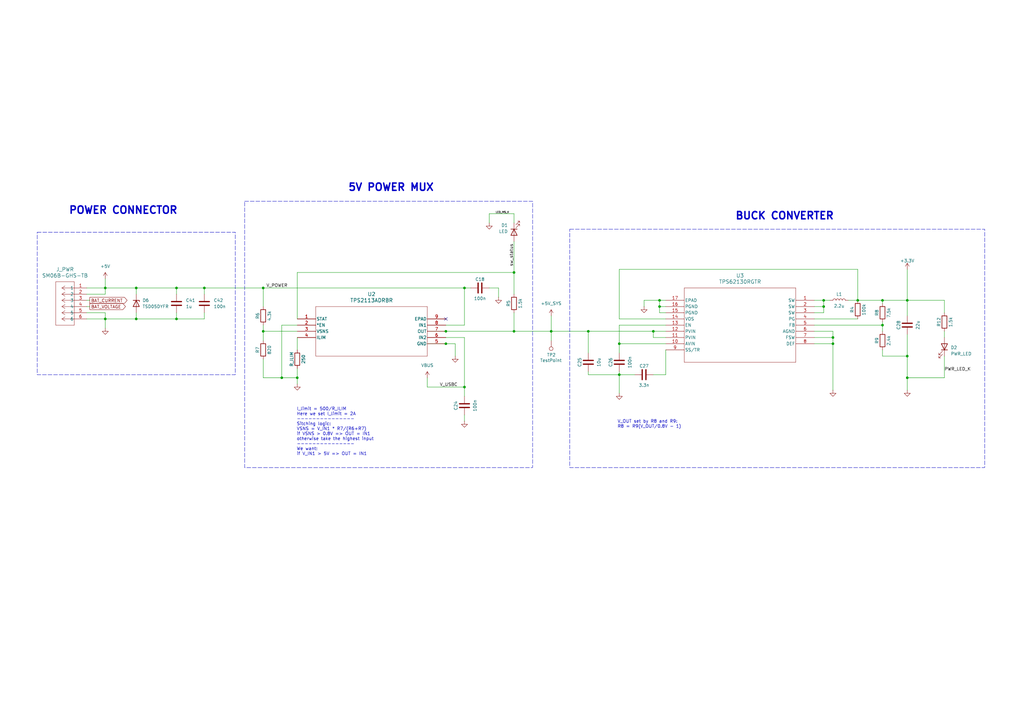
<source format=kicad_sch>
(kicad_sch
	(version 20250114)
	(generator "eeschema")
	(generator_version "9.0")
	(uuid "ae7875b0-3c5b-4b93-bca2-3d44a9134d88")
	(paper "A3")
	(lib_symbols
		(symbol "Connector:TestPoint"
			(pin_numbers
				(hide yes)
			)
			(pin_names
				(offset 0.762)
				(hide yes)
			)
			(exclude_from_sim no)
			(in_bom yes)
			(on_board yes)
			(property "Reference" "TP"
				(at 0 6.858 0)
				(effects
					(font
						(size 1.27 1.27)
					)
				)
			)
			(property "Value" "TestPoint"
				(at 0 5.08 0)
				(effects
					(font
						(size 1.27 1.27)
					)
				)
			)
			(property "Footprint" ""
				(at 5.08 0 0)
				(effects
					(font
						(size 1.27 1.27)
					)
					(hide yes)
				)
			)
			(property "Datasheet" "~"
				(at 5.08 0 0)
				(effects
					(font
						(size 1.27 1.27)
					)
					(hide yes)
				)
			)
			(property "Description" "test point"
				(at 0 0 0)
				(effects
					(font
						(size 1.27 1.27)
					)
					(hide yes)
				)
			)
			(property "ki_keywords" "test point tp"
				(at 0 0 0)
				(effects
					(font
						(size 1.27 1.27)
					)
					(hide yes)
				)
			)
			(property "ki_fp_filters" "Pin* Test*"
				(at 0 0 0)
				(effects
					(font
						(size 1.27 1.27)
					)
					(hide yes)
				)
			)
			(symbol "TestPoint_0_1"
				(circle
					(center 0 3.302)
					(radius 0.762)
					(stroke
						(width 0)
						(type default)
					)
					(fill
						(type none)
					)
				)
			)
			(symbol "TestPoint_1_1"
				(pin passive line
					(at 0 0 90)
					(length 2.54)
					(name "1"
						(effects
							(font
								(size 1.27 1.27)
							)
						)
					)
					(number "1"
						(effects
							(font
								(size 1.27 1.27)
							)
						)
					)
				)
			)
			(embedded_fonts no)
		)
		(symbol "Device:C"
			(pin_numbers
				(hide yes)
			)
			(pin_names
				(offset 0.254)
			)
			(exclude_from_sim no)
			(in_bom yes)
			(on_board yes)
			(property "Reference" "C"
				(at 0.635 2.54 0)
				(effects
					(font
						(size 1.27 1.27)
					)
					(justify left)
				)
			)
			(property "Value" "C"
				(at 0.635 -2.54 0)
				(effects
					(font
						(size 1.27 1.27)
					)
					(justify left)
				)
			)
			(property "Footprint" ""
				(at 0.9652 -3.81 0)
				(effects
					(font
						(size 1.27 1.27)
					)
					(hide yes)
				)
			)
			(property "Datasheet" "~"
				(at 0 0 0)
				(effects
					(font
						(size 1.27 1.27)
					)
					(hide yes)
				)
			)
			(property "Description" "Unpolarized capacitor"
				(at 0 0 0)
				(effects
					(font
						(size 1.27 1.27)
					)
					(hide yes)
				)
			)
			(property "ki_keywords" "cap capacitor"
				(at 0 0 0)
				(effects
					(font
						(size 1.27 1.27)
					)
					(hide yes)
				)
			)
			(property "ki_fp_filters" "C_*"
				(at 0 0 0)
				(effects
					(font
						(size 1.27 1.27)
					)
					(hide yes)
				)
			)
			(symbol "C_0_1"
				(polyline
					(pts
						(xy -2.032 0.762) (xy 2.032 0.762)
					)
					(stroke
						(width 0.508)
						(type default)
					)
					(fill
						(type none)
					)
				)
				(polyline
					(pts
						(xy -2.032 -0.762) (xy 2.032 -0.762)
					)
					(stroke
						(width 0.508)
						(type default)
					)
					(fill
						(type none)
					)
				)
			)
			(symbol "C_1_1"
				(pin passive line
					(at 0 3.81 270)
					(length 2.794)
					(name "~"
						(effects
							(font
								(size 1.27 1.27)
							)
						)
					)
					(number "1"
						(effects
							(font
								(size 1.27 1.27)
							)
						)
					)
				)
				(pin passive line
					(at 0 -3.81 90)
					(length 2.794)
					(name "~"
						(effects
							(font
								(size 1.27 1.27)
							)
						)
					)
					(number "2"
						(effects
							(font
								(size 1.27 1.27)
							)
						)
					)
				)
			)
			(embedded_fonts no)
		)
		(symbol "Device:L"
			(pin_numbers
				(hide yes)
			)
			(pin_names
				(offset 1.016)
				(hide yes)
			)
			(exclude_from_sim no)
			(in_bom yes)
			(on_board yes)
			(property "Reference" "L"
				(at -1.27 0 90)
				(effects
					(font
						(size 1.27 1.27)
					)
				)
			)
			(property "Value" "L"
				(at 1.905 0 90)
				(effects
					(font
						(size 1.27 1.27)
					)
				)
			)
			(property "Footprint" ""
				(at 0 0 0)
				(effects
					(font
						(size 1.27 1.27)
					)
					(hide yes)
				)
			)
			(property "Datasheet" "~"
				(at 0 0 0)
				(effects
					(font
						(size 1.27 1.27)
					)
					(hide yes)
				)
			)
			(property "Description" "Inductor"
				(at 0 0 0)
				(effects
					(font
						(size 1.27 1.27)
					)
					(hide yes)
				)
			)
			(property "ki_keywords" "inductor choke coil reactor magnetic"
				(at 0 0 0)
				(effects
					(font
						(size 1.27 1.27)
					)
					(hide yes)
				)
			)
			(property "ki_fp_filters" "Choke_* *Coil* Inductor_* L_*"
				(at 0 0 0)
				(effects
					(font
						(size 1.27 1.27)
					)
					(hide yes)
				)
			)
			(symbol "L_0_1"
				(arc
					(start 0 2.54)
					(mid 0.6323 1.905)
					(end 0 1.27)
					(stroke
						(width 0)
						(type default)
					)
					(fill
						(type none)
					)
				)
				(arc
					(start 0 1.27)
					(mid 0.6323 0.635)
					(end 0 0)
					(stroke
						(width 0)
						(type default)
					)
					(fill
						(type none)
					)
				)
				(arc
					(start 0 0)
					(mid 0.6323 -0.635)
					(end 0 -1.27)
					(stroke
						(width 0)
						(type default)
					)
					(fill
						(type none)
					)
				)
				(arc
					(start 0 -1.27)
					(mid 0.6323 -1.905)
					(end 0 -2.54)
					(stroke
						(width 0)
						(type default)
					)
					(fill
						(type none)
					)
				)
			)
			(symbol "L_1_1"
				(pin passive line
					(at 0 3.81 270)
					(length 1.27)
					(name "1"
						(effects
							(font
								(size 1.27 1.27)
							)
						)
					)
					(number "1"
						(effects
							(font
								(size 1.27 1.27)
							)
						)
					)
				)
				(pin passive line
					(at 0 -3.81 90)
					(length 1.27)
					(name "2"
						(effects
							(font
								(size 1.27 1.27)
							)
						)
					)
					(number "2"
						(effects
							(font
								(size 1.27 1.27)
							)
						)
					)
				)
			)
			(embedded_fonts no)
		)
		(symbol "Device:LED"
			(pin_numbers
				(hide yes)
			)
			(pin_names
				(offset 1.016)
				(hide yes)
			)
			(exclude_from_sim no)
			(in_bom yes)
			(on_board yes)
			(property "Reference" "D"
				(at 0 2.54 0)
				(effects
					(font
						(size 1.27 1.27)
					)
				)
			)
			(property "Value" "LED"
				(at 0 -2.54 0)
				(effects
					(font
						(size 1.27 1.27)
					)
				)
			)
			(property "Footprint" ""
				(at 0 0 0)
				(effects
					(font
						(size 1.27 1.27)
					)
					(hide yes)
				)
			)
			(property "Datasheet" "~"
				(at 0 0 0)
				(effects
					(font
						(size 1.27 1.27)
					)
					(hide yes)
				)
			)
			(property "Description" "Light emitting diode"
				(at 0 0 0)
				(effects
					(font
						(size 1.27 1.27)
					)
					(hide yes)
				)
			)
			(property "Sim.Pins" "1=K 2=A"
				(at 0 0 0)
				(effects
					(font
						(size 1.27 1.27)
					)
					(hide yes)
				)
			)
			(property "ki_keywords" "LED diode"
				(at 0 0 0)
				(effects
					(font
						(size 1.27 1.27)
					)
					(hide yes)
				)
			)
			(property "ki_fp_filters" "LED* LED_SMD:* LED_THT:*"
				(at 0 0 0)
				(effects
					(font
						(size 1.27 1.27)
					)
					(hide yes)
				)
			)
			(symbol "LED_0_1"
				(polyline
					(pts
						(xy -3.048 -0.762) (xy -4.572 -2.286) (xy -3.81 -2.286) (xy -4.572 -2.286) (xy -4.572 -1.524)
					)
					(stroke
						(width 0)
						(type default)
					)
					(fill
						(type none)
					)
				)
				(polyline
					(pts
						(xy -1.778 -0.762) (xy -3.302 -2.286) (xy -2.54 -2.286) (xy -3.302 -2.286) (xy -3.302 -1.524)
					)
					(stroke
						(width 0)
						(type default)
					)
					(fill
						(type none)
					)
				)
				(polyline
					(pts
						(xy -1.27 0) (xy 1.27 0)
					)
					(stroke
						(width 0)
						(type default)
					)
					(fill
						(type none)
					)
				)
				(polyline
					(pts
						(xy -1.27 -1.27) (xy -1.27 1.27)
					)
					(stroke
						(width 0.254)
						(type default)
					)
					(fill
						(type none)
					)
				)
				(polyline
					(pts
						(xy 1.27 -1.27) (xy 1.27 1.27) (xy -1.27 0) (xy 1.27 -1.27)
					)
					(stroke
						(width 0.254)
						(type default)
					)
					(fill
						(type none)
					)
				)
			)
			(symbol "LED_1_1"
				(pin passive line
					(at -3.81 0 0)
					(length 2.54)
					(name "K"
						(effects
							(font
								(size 1.27 1.27)
							)
						)
					)
					(number "1"
						(effects
							(font
								(size 1.27 1.27)
							)
						)
					)
				)
				(pin passive line
					(at 3.81 0 180)
					(length 2.54)
					(name "A"
						(effects
							(font
								(size 1.27 1.27)
							)
						)
					)
					(number "2"
						(effects
							(font
								(size 1.27 1.27)
							)
						)
					)
				)
			)
			(embedded_fonts no)
		)
		(symbol "Device:R"
			(pin_numbers
				(hide yes)
			)
			(pin_names
				(offset 0)
			)
			(exclude_from_sim no)
			(in_bom yes)
			(on_board yes)
			(property "Reference" "R"
				(at 2.032 0 90)
				(effects
					(font
						(size 1.27 1.27)
					)
				)
			)
			(property "Value" "R"
				(at 0 0 90)
				(effects
					(font
						(size 1.27 1.27)
					)
				)
			)
			(property "Footprint" ""
				(at -1.778 0 90)
				(effects
					(font
						(size 1.27 1.27)
					)
					(hide yes)
				)
			)
			(property "Datasheet" "~"
				(at 0 0 0)
				(effects
					(font
						(size 1.27 1.27)
					)
					(hide yes)
				)
			)
			(property "Description" "Resistor"
				(at 0 0 0)
				(effects
					(font
						(size 1.27 1.27)
					)
					(hide yes)
				)
			)
			(property "ki_keywords" "R res resistor"
				(at 0 0 0)
				(effects
					(font
						(size 1.27 1.27)
					)
					(hide yes)
				)
			)
			(property "ki_fp_filters" "R_*"
				(at 0 0 0)
				(effects
					(font
						(size 1.27 1.27)
					)
					(hide yes)
				)
			)
			(symbol "R_0_1"
				(rectangle
					(start -1.016 -2.54)
					(end 1.016 2.54)
					(stroke
						(width 0.254)
						(type default)
					)
					(fill
						(type none)
					)
				)
			)
			(symbol "R_1_1"
				(pin passive line
					(at 0 3.81 270)
					(length 1.27)
					(name "~"
						(effects
							(font
								(size 1.27 1.27)
							)
						)
					)
					(number "1"
						(effects
							(font
								(size 1.27 1.27)
							)
						)
					)
				)
				(pin passive line
					(at 0 -3.81 90)
					(length 1.27)
					(name "~"
						(effects
							(font
								(size 1.27 1.27)
							)
						)
					)
					(number "2"
						(effects
							(font
								(size 1.27 1.27)
							)
						)
					)
				)
			)
			(embedded_fonts no)
		)
		(symbol "Diode:ESD5Zxx"
			(pin_numbers
				(hide yes)
			)
			(pin_names
				(hide yes)
			)
			(exclude_from_sim no)
			(in_bom yes)
			(on_board yes)
			(property "Reference" "D"
				(at 0 2.54 0)
				(effects
					(font
						(size 1.27 1.27)
					)
				)
			)
			(property "Value" "ESD5Zxx"
				(at 0 -2.54 0)
				(effects
					(font
						(size 1.27 1.27)
					)
				)
			)
			(property "Footprint" "Diode_SMD:D_SOD-523"
				(at 0 -4.445 0)
				(effects
					(font
						(size 1.27 1.27)
					)
					(hide yes)
				)
			)
			(property "Datasheet" "https://www.onsemi.com/pdf/datasheet/esd5z2.5t1-d.pdf"
				(at 0 0 0)
				(effects
					(font
						(size 1.27 1.27)
					)
					(hide yes)
				)
			)
			(property "Description" "ESD Protection Diode, SOD-523"
				(at 0 0 0)
				(effects
					(font
						(size 1.27 1.27)
					)
					(hide yes)
				)
			)
			(property "ki_keywords" "esd tvs unidirectional diode"
				(at 0 0 0)
				(effects
					(font
						(size 1.27 1.27)
					)
					(hide yes)
				)
			)
			(property "ki_fp_filters" "D?SOD?523*"
				(at 0 0 0)
				(effects
					(font
						(size 1.27 1.27)
					)
					(hide yes)
				)
			)
			(symbol "ESD5Zxx_0_1"
				(polyline
					(pts
						(xy -1.27 -1.27) (xy -1.27 1.27) (xy -0.762 1.27)
					)
					(stroke
						(width 0.254)
						(type default)
					)
					(fill
						(type none)
					)
				)
				(polyline
					(pts
						(xy 1.27 0) (xy -1.27 0)
					)
					(stroke
						(width 0)
						(type default)
					)
					(fill
						(type none)
					)
				)
				(polyline
					(pts
						(xy 1.27 -1.27) (xy 1.27 1.27) (xy -1.27 0) (xy 1.27 -1.27)
					)
					(stroke
						(width 0.254)
						(type default)
					)
					(fill
						(type none)
					)
				)
			)
			(symbol "ESD5Zxx_1_1"
				(pin passive line
					(at -3.81 0 0)
					(length 2.54)
					(name "K"
						(effects
							(font
								(size 1.27 1.27)
							)
						)
					)
					(number "1"
						(effects
							(font
								(size 1.27 1.27)
							)
						)
					)
				)
				(pin passive line
					(at 3.81 0 180)
					(length 2.54)
					(name "A"
						(effects
							(font
								(size 1.27 1.27)
							)
						)
					)
					(number "2"
						(effects
							(font
								(size 1.27 1.27)
							)
						)
					)
				)
			)
			(embedded_fonts no)
		)
		(symbol "GH-6P-import:SM06B-GHS-TB"
			(pin_names
				(offset 0.254)
			)
			(exclude_from_sim no)
			(in_bom yes)
			(on_board yes)
			(property "Reference" "J"
				(at 8.89 6.35 0)
				(effects
					(font
						(size 1.524 1.524)
					)
				)
			)
			(property "Value" "SM06B-GHS-TB"
				(at 0 0 0)
				(effects
					(font
						(size 1.524 1.524)
					)
				)
			)
			(property "Footprint" "CONN_SM06B-GHS-TB_JST"
				(at 0 0 0)
				(effects
					(font
						(size 1.27 1.27)
						(italic yes)
					)
					(hide yes)
				)
			)
			(property "Datasheet" "SM06B-GHS-TB"
				(at 0 0 0)
				(effects
					(font
						(size 1.27 1.27)
						(italic yes)
					)
					(hide yes)
				)
			)
			(property "Description" ""
				(at 0 0 0)
				(effects
					(font
						(size 1.27 1.27)
					)
					(hide yes)
				)
			)
			(property "ki_locked" ""
				(at 0 0 0)
				(effects
					(font
						(size 1.27 1.27)
					)
				)
			)
			(property "ki_keywords" "SM06B-GHS-TB"
				(at 0 0 0)
				(effects
					(font
						(size 1.27 1.27)
					)
					(hide yes)
				)
			)
			(property "ki_fp_filters" "CONN_SM06B-GHS-TB_JST"
				(at 0 0 0)
				(effects
					(font
						(size 1.27 1.27)
					)
					(hide yes)
				)
			)
			(symbol "SM06B-GHS-TB_1_1"
				(polyline
					(pts
						(xy 5.08 2.54) (xy 5.08 -15.24)
					)
					(stroke
						(width 0.127)
						(type default)
					)
					(fill
						(type none)
					)
				)
				(polyline
					(pts
						(xy 5.08 -15.24) (xy 12.7 -15.24)
					)
					(stroke
						(width 0.127)
						(type default)
					)
					(fill
						(type none)
					)
				)
				(polyline
					(pts
						(xy 10.16 0) (xy 5.08 0)
					)
					(stroke
						(width 0.127)
						(type default)
					)
					(fill
						(type none)
					)
				)
				(polyline
					(pts
						(xy 10.16 0) (xy 8.89 0.8467)
					)
					(stroke
						(width 0.127)
						(type default)
					)
					(fill
						(type none)
					)
				)
				(polyline
					(pts
						(xy 10.16 0) (xy 8.89 -0.8467)
					)
					(stroke
						(width 0.127)
						(type default)
					)
					(fill
						(type none)
					)
				)
				(polyline
					(pts
						(xy 10.16 -2.54) (xy 5.08 -2.54)
					)
					(stroke
						(width 0.127)
						(type default)
					)
					(fill
						(type none)
					)
				)
				(polyline
					(pts
						(xy 10.16 -2.54) (xy 8.89 -1.6933)
					)
					(stroke
						(width 0.127)
						(type default)
					)
					(fill
						(type none)
					)
				)
				(polyline
					(pts
						(xy 10.16 -2.54) (xy 8.89 -3.3867)
					)
					(stroke
						(width 0.127)
						(type default)
					)
					(fill
						(type none)
					)
				)
				(polyline
					(pts
						(xy 10.16 -5.08) (xy 5.08 -5.08)
					)
					(stroke
						(width 0.127)
						(type default)
					)
					(fill
						(type none)
					)
				)
				(polyline
					(pts
						(xy 10.16 -5.08) (xy 8.89 -4.2333)
					)
					(stroke
						(width 0.127)
						(type default)
					)
					(fill
						(type none)
					)
				)
				(polyline
					(pts
						(xy 10.16 -5.08) (xy 8.89 -5.9267)
					)
					(stroke
						(width 0.127)
						(type default)
					)
					(fill
						(type none)
					)
				)
				(polyline
					(pts
						(xy 10.16 -7.62) (xy 5.08 -7.62)
					)
					(stroke
						(width 0.127)
						(type default)
					)
					(fill
						(type none)
					)
				)
				(polyline
					(pts
						(xy 10.16 -7.62) (xy 8.89 -6.7733)
					)
					(stroke
						(width 0.127)
						(type default)
					)
					(fill
						(type none)
					)
				)
				(polyline
					(pts
						(xy 10.16 -7.62) (xy 8.89 -8.4667)
					)
					(stroke
						(width 0.127)
						(type default)
					)
					(fill
						(type none)
					)
				)
				(polyline
					(pts
						(xy 10.16 -10.16) (xy 5.08 -10.16)
					)
					(stroke
						(width 0.127)
						(type default)
					)
					(fill
						(type none)
					)
				)
				(polyline
					(pts
						(xy 10.16 -10.16) (xy 8.89 -9.3133)
					)
					(stroke
						(width 0.127)
						(type default)
					)
					(fill
						(type none)
					)
				)
				(polyline
					(pts
						(xy 10.16 -10.16) (xy 8.89 -11.0067)
					)
					(stroke
						(width 0.127)
						(type default)
					)
					(fill
						(type none)
					)
				)
				(polyline
					(pts
						(xy 10.16 -12.7) (xy 5.08 -12.7)
					)
					(stroke
						(width 0.127)
						(type default)
					)
					(fill
						(type none)
					)
				)
				(polyline
					(pts
						(xy 10.16 -12.7) (xy 8.89 -11.8533)
					)
					(stroke
						(width 0.127)
						(type default)
					)
					(fill
						(type none)
					)
				)
				(polyline
					(pts
						(xy 10.16 -12.7) (xy 8.89 -13.5467)
					)
					(stroke
						(width 0.127)
						(type default)
					)
					(fill
						(type none)
					)
				)
				(polyline
					(pts
						(xy 12.7 2.54) (xy 5.08 2.54)
					)
					(stroke
						(width 0.127)
						(type default)
					)
					(fill
						(type none)
					)
				)
				(polyline
					(pts
						(xy 12.7 -15.24) (xy 12.7 2.54)
					)
					(stroke
						(width 0.127)
						(type default)
					)
					(fill
						(type none)
					)
				)
				(pin unspecified line
					(at 0 0 0)
					(length 5.08)
					(name "1"
						(effects
							(font
								(size 1.27 1.27)
							)
						)
					)
					(number "1"
						(effects
							(font
								(size 1.27 1.27)
							)
						)
					)
				)
				(pin unspecified line
					(at 0 -2.54 0)
					(length 5.08)
					(name "2"
						(effects
							(font
								(size 1.27 1.27)
							)
						)
					)
					(number "2"
						(effects
							(font
								(size 1.27 1.27)
							)
						)
					)
				)
				(pin unspecified line
					(at 0 -5.08 0)
					(length 5.08)
					(name "3"
						(effects
							(font
								(size 1.27 1.27)
							)
						)
					)
					(number "3"
						(effects
							(font
								(size 1.27 1.27)
							)
						)
					)
				)
				(pin unspecified line
					(at 0 -7.62 0)
					(length 5.08)
					(name "4"
						(effects
							(font
								(size 1.27 1.27)
							)
						)
					)
					(number "4"
						(effects
							(font
								(size 1.27 1.27)
							)
						)
					)
				)
				(pin unspecified line
					(at 0 -10.16 0)
					(length 5.08)
					(name "5"
						(effects
							(font
								(size 1.27 1.27)
							)
						)
					)
					(number "5"
						(effects
							(font
								(size 1.27 1.27)
							)
						)
					)
				)
				(pin unspecified line
					(at 0 -12.7 0)
					(length 5.08)
					(name "6"
						(effects
							(font
								(size 1.27 1.27)
							)
						)
					)
					(number "6"
						(effects
							(font
								(size 1.27 1.27)
							)
						)
					)
				)
			)
			(symbol "SM06B-GHS-TB_1_2"
				(polyline
					(pts
						(xy 5.08 2.54) (xy 5.08 -15.24)
					)
					(stroke
						(width 0.127)
						(type default)
					)
					(fill
						(type none)
					)
				)
				(polyline
					(pts
						(xy 5.08 -15.24) (xy 12.7 -15.24)
					)
					(stroke
						(width 0.127)
						(type default)
					)
					(fill
						(type none)
					)
				)
				(polyline
					(pts
						(xy 7.62 0) (xy 5.08 0)
					)
					(stroke
						(width 0.127)
						(type default)
					)
					(fill
						(type none)
					)
				)
				(polyline
					(pts
						(xy 7.62 0) (xy 8.89 0.8467)
					)
					(stroke
						(width 0.127)
						(type default)
					)
					(fill
						(type none)
					)
				)
				(polyline
					(pts
						(xy 7.62 0) (xy 8.89 -0.8467)
					)
					(stroke
						(width 0.127)
						(type default)
					)
					(fill
						(type none)
					)
				)
				(polyline
					(pts
						(xy 7.62 -2.54) (xy 5.08 -2.54)
					)
					(stroke
						(width 0.127)
						(type default)
					)
					(fill
						(type none)
					)
				)
				(polyline
					(pts
						(xy 7.62 -2.54) (xy 8.89 -1.6933)
					)
					(stroke
						(width 0.127)
						(type default)
					)
					(fill
						(type none)
					)
				)
				(polyline
					(pts
						(xy 7.62 -2.54) (xy 8.89 -3.3867)
					)
					(stroke
						(width 0.127)
						(type default)
					)
					(fill
						(type none)
					)
				)
				(polyline
					(pts
						(xy 7.62 -5.08) (xy 5.08 -5.08)
					)
					(stroke
						(width 0.127)
						(type default)
					)
					(fill
						(type none)
					)
				)
				(polyline
					(pts
						(xy 7.62 -5.08) (xy 8.89 -4.2333)
					)
					(stroke
						(width 0.127)
						(type default)
					)
					(fill
						(type none)
					)
				)
				(polyline
					(pts
						(xy 7.62 -5.08) (xy 8.89 -5.9267)
					)
					(stroke
						(width 0.127)
						(type default)
					)
					(fill
						(type none)
					)
				)
				(polyline
					(pts
						(xy 7.62 -7.62) (xy 5.08 -7.62)
					)
					(stroke
						(width 0.127)
						(type default)
					)
					(fill
						(type none)
					)
				)
				(polyline
					(pts
						(xy 7.62 -7.62) (xy 8.89 -6.7733)
					)
					(stroke
						(width 0.127)
						(type default)
					)
					(fill
						(type none)
					)
				)
				(polyline
					(pts
						(xy 7.62 -7.62) (xy 8.89 -8.4667)
					)
					(stroke
						(width 0.127)
						(type default)
					)
					(fill
						(type none)
					)
				)
				(polyline
					(pts
						(xy 7.62 -10.16) (xy 5.08 -10.16)
					)
					(stroke
						(width 0.127)
						(type default)
					)
					(fill
						(type none)
					)
				)
				(polyline
					(pts
						(xy 7.62 -10.16) (xy 8.89 -9.3133)
					)
					(stroke
						(width 0.127)
						(type default)
					)
					(fill
						(type none)
					)
				)
				(polyline
					(pts
						(xy 7.62 -10.16) (xy 8.89 -11.0067)
					)
					(stroke
						(width 0.127)
						(type default)
					)
					(fill
						(type none)
					)
				)
				(polyline
					(pts
						(xy 7.62 -12.7) (xy 5.08 -12.7)
					)
					(stroke
						(width 0.127)
						(type default)
					)
					(fill
						(type none)
					)
				)
				(polyline
					(pts
						(xy 7.62 -12.7) (xy 8.89 -11.8533)
					)
					(stroke
						(width 0.127)
						(type default)
					)
					(fill
						(type none)
					)
				)
				(polyline
					(pts
						(xy 7.62 -12.7) (xy 8.89 -13.5467)
					)
					(stroke
						(width 0.127)
						(type default)
					)
					(fill
						(type none)
					)
				)
				(polyline
					(pts
						(xy 12.7 2.54) (xy 5.08 2.54)
					)
					(stroke
						(width 0.127)
						(type default)
					)
					(fill
						(type none)
					)
				)
				(polyline
					(pts
						(xy 12.7 -15.24) (xy 12.7 2.54)
					)
					(stroke
						(width 0.127)
						(type default)
					)
					(fill
						(type none)
					)
				)
				(pin unspecified line
					(at 0 0 0)
					(length 5.08)
					(name "1"
						(effects
							(font
								(size 1.27 1.27)
							)
						)
					)
					(number "1"
						(effects
							(font
								(size 1.27 1.27)
							)
						)
					)
				)
				(pin unspecified line
					(at 0 -2.54 0)
					(length 5.08)
					(name "2"
						(effects
							(font
								(size 1.27 1.27)
							)
						)
					)
					(number "2"
						(effects
							(font
								(size 1.27 1.27)
							)
						)
					)
				)
				(pin unspecified line
					(at 0 -5.08 0)
					(length 5.08)
					(name "3"
						(effects
							(font
								(size 1.27 1.27)
							)
						)
					)
					(number "3"
						(effects
							(font
								(size 1.27 1.27)
							)
						)
					)
				)
				(pin unspecified line
					(at 0 -7.62 0)
					(length 5.08)
					(name "4"
						(effects
							(font
								(size 1.27 1.27)
							)
						)
					)
					(number "4"
						(effects
							(font
								(size 1.27 1.27)
							)
						)
					)
				)
				(pin unspecified line
					(at 0 -10.16 0)
					(length 5.08)
					(name "5"
						(effects
							(font
								(size 1.27 1.27)
							)
						)
					)
					(number "5"
						(effects
							(font
								(size 1.27 1.27)
							)
						)
					)
				)
				(pin unspecified line
					(at 0 -12.7 0)
					(length 5.08)
					(name "6"
						(effects
							(font
								(size 1.27 1.27)
							)
						)
					)
					(number "6"
						(effects
							(font
								(size 1.27 1.27)
							)
						)
					)
				)
			)
			(embedded_fonts no)
		)
		(symbol "TPS2113A-import:TPS2113ADRBR"
			(pin_names
				(offset 0.254)
			)
			(exclude_from_sim no)
			(in_bom yes)
			(on_board yes)
			(property "Reference" "U"
				(at 30.48 10.16 0)
				(effects
					(font
						(size 1.524 1.524)
					)
				)
			)
			(property "Value" "TPS2113ADRBR"
				(at 30.48 7.62 0)
				(effects
					(font
						(size 1.524 1.524)
					)
				)
			)
			(property "Footprint" "DRB8_2P4X1P65"
				(at 0 0 0)
				(effects
					(font
						(size 1.27 1.27)
						(italic yes)
					)
					(hide yes)
				)
			)
			(property "Datasheet" "https://www.ti.com/lit/gpn/tps2113a"
				(at 0 0 0)
				(effects
					(font
						(size 1.27 1.27)
						(italic yes)
					)
					(hide yes)
				)
			)
			(property "Description" ""
				(at 0 0 0)
				(effects
					(font
						(size 1.27 1.27)
					)
					(hide yes)
				)
			)
			(property "ki_locked" ""
				(at 0 0 0)
				(effects
					(font
						(size 1.27 1.27)
					)
				)
			)
			(property "ki_keywords" "TPS2113ADRBR"
				(at 0 0 0)
				(effects
					(font
						(size 1.27 1.27)
					)
					(hide yes)
				)
			)
			(property "ki_fp_filters" "DRB8_2P4X1P65"
				(at 0 0 0)
				(effects
					(font
						(size 1.27 1.27)
					)
					(hide yes)
				)
			)
			(symbol "TPS2113ADRBR_0_1"
				(polyline
					(pts
						(xy 7.62 5.08) (xy 7.62 -15.24)
					)
					(stroke
						(width 0.127)
						(type default)
					)
					(fill
						(type none)
					)
				)
				(polyline
					(pts
						(xy 7.62 -15.24) (xy 53.34 -15.24)
					)
					(stroke
						(width 0.127)
						(type default)
					)
					(fill
						(type none)
					)
				)
				(polyline
					(pts
						(xy 53.34 5.08) (xy 7.62 5.08)
					)
					(stroke
						(width 0.127)
						(type default)
					)
					(fill
						(type none)
					)
				)
				(polyline
					(pts
						(xy 53.34 -15.24) (xy 53.34 5.08)
					)
					(stroke
						(width 0.127)
						(type default)
					)
					(fill
						(type none)
					)
				)
				(pin output line
					(at 0 0 0)
					(length 7.62)
					(name "STAT"
						(effects
							(font
								(size 1.27 1.27)
							)
						)
					)
					(number "1"
						(effects
							(font
								(size 1.27 1.27)
							)
						)
					)
				)
				(pin input line
					(at 0 -2.54 0)
					(length 7.62)
					(name "*EN"
						(effects
							(font
								(size 1.27 1.27)
							)
						)
					)
					(number "2"
						(effects
							(font
								(size 1.27 1.27)
							)
						)
					)
				)
				(pin input line
					(at 0 -5.08 0)
					(length 7.62)
					(name "VSNS"
						(effects
							(font
								(size 1.27 1.27)
							)
						)
					)
					(number "3"
						(effects
							(font
								(size 1.27 1.27)
							)
						)
					)
				)
				(pin input line
					(at 0 -7.62 0)
					(length 7.62)
					(name "ILIM"
						(effects
							(font
								(size 1.27 1.27)
							)
						)
					)
					(number "4"
						(effects
							(font
								(size 1.27 1.27)
							)
						)
					)
				)
				(pin unspecified line
					(at 60.96 0 180)
					(length 7.62)
					(name "EPAD"
						(effects
							(font
								(size 1.27 1.27)
							)
						)
					)
					(number "9"
						(effects
							(font
								(size 1.27 1.27)
							)
						)
					)
				)
				(pin input line
					(at 60.96 -2.54 180)
					(length 7.62)
					(name "IN1"
						(effects
							(font
								(size 1.27 1.27)
							)
						)
					)
					(number "8"
						(effects
							(font
								(size 1.27 1.27)
							)
						)
					)
				)
				(pin output line
					(at 60.96 -5.08 180)
					(length 7.62)
					(name "OUT"
						(effects
							(font
								(size 1.27 1.27)
							)
						)
					)
					(number "7"
						(effects
							(font
								(size 1.27 1.27)
							)
						)
					)
				)
				(pin input line
					(at 60.96 -7.62 180)
					(length 7.62)
					(name "IN2"
						(effects
							(font
								(size 1.27 1.27)
							)
						)
					)
					(number "6"
						(effects
							(font
								(size 1.27 1.27)
							)
						)
					)
				)
				(pin power_in line
					(at 60.96 -10.16 180)
					(length 7.62)
					(name "GND"
						(effects
							(font
								(size 1.27 1.27)
							)
						)
					)
					(number "5"
						(effects
							(font
								(size 1.27 1.27)
							)
						)
					)
				)
			)
			(embedded_fonts no)
		)
		(symbol "TPS62130-import:TPS62130RGTR"
			(pin_names
				(offset 0.254)
			)
			(exclude_from_sim no)
			(in_bom yes)
			(on_board yes)
			(property "Reference" "U"
				(at 30.48 10.16 0)
				(effects
					(font
						(size 1.524 1.524)
					)
				)
			)
			(property "Value" "TPS62130RGTR"
				(at 30.48 7.62 0)
				(effects
					(font
						(size 1.524 1.524)
					)
				)
			)
			(property "Footprint" "RGT16_1P7X1P7"
				(at 0 0 0)
				(effects
					(font
						(size 1.27 1.27)
						(italic yes)
					)
					(hide yes)
				)
			)
			(property "Datasheet" "https://www.ti.com/lit/gpn/tps62130"
				(at 0 0 0)
				(effects
					(font
						(size 1.27 1.27)
						(italic yes)
					)
					(hide yes)
				)
			)
			(property "Description" ""
				(at 0 0 0)
				(effects
					(font
						(size 1.27 1.27)
					)
					(hide yes)
				)
			)
			(property "ki_locked" ""
				(at 0 0 0)
				(effects
					(font
						(size 1.27 1.27)
					)
				)
			)
			(property "ki_keywords" "TPS62130RGTR"
				(at 0 0 0)
				(effects
					(font
						(size 1.27 1.27)
					)
					(hide yes)
				)
			)
			(property "ki_fp_filters" "RGT16_1P7X1P7"
				(at 0 0 0)
				(effects
					(font
						(size 1.27 1.27)
					)
					(hide yes)
				)
			)
			(symbol "TPS62130RGTR_0_1"
				(polyline
					(pts
						(xy 7.62 5.08) (xy 7.62 -25.4)
					)
					(stroke
						(width 0.127)
						(type default)
					)
					(fill
						(type none)
					)
				)
				(polyline
					(pts
						(xy 7.62 -25.4) (xy 53.34 -25.4)
					)
					(stroke
						(width 0.127)
						(type default)
					)
					(fill
						(type none)
					)
				)
				(polyline
					(pts
						(xy 53.34 5.08) (xy 7.62 5.08)
					)
					(stroke
						(width 0.127)
						(type default)
					)
					(fill
						(type none)
					)
				)
				(polyline
					(pts
						(xy 53.34 -25.4) (xy 53.34 5.08)
					)
					(stroke
						(width 0.127)
						(type default)
					)
					(fill
						(type none)
					)
				)
				(pin output line
					(at 0 0 0)
					(length 7.62)
					(name "SW"
						(effects
							(font
								(size 1.27 1.27)
							)
						)
					)
					(number "1"
						(effects
							(font
								(size 1.27 1.27)
							)
						)
					)
				)
				(pin output line
					(at 0 -2.54 0)
					(length 7.62)
					(name "SW"
						(effects
							(font
								(size 1.27 1.27)
							)
						)
					)
					(number "2"
						(effects
							(font
								(size 1.27 1.27)
							)
						)
					)
				)
				(pin output line
					(at 0 -5.08 0)
					(length 7.62)
					(name "SW"
						(effects
							(font
								(size 1.27 1.27)
							)
						)
					)
					(number "3"
						(effects
							(font
								(size 1.27 1.27)
							)
						)
					)
				)
				(pin output line
					(at 0 -7.62 0)
					(length 7.62)
					(name "PG"
						(effects
							(font
								(size 1.27 1.27)
							)
						)
					)
					(number "4"
						(effects
							(font
								(size 1.27 1.27)
							)
						)
					)
				)
				(pin input line
					(at 0 -10.16 0)
					(length 7.62)
					(name "FB"
						(effects
							(font
								(size 1.27 1.27)
							)
						)
					)
					(number "5"
						(effects
							(font
								(size 1.27 1.27)
							)
						)
					)
				)
				(pin power_in line
					(at 0 -12.7 0)
					(length 7.62)
					(name "AGND"
						(effects
							(font
								(size 1.27 1.27)
							)
						)
					)
					(number "6"
						(effects
							(font
								(size 1.27 1.27)
							)
						)
					)
				)
				(pin input line
					(at 0 -15.24 0)
					(length 7.62)
					(name "FSW"
						(effects
							(font
								(size 1.27 1.27)
							)
						)
					)
					(number "7"
						(effects
							(font
								(size 1.27 1.27)
							)
						)
					)
				)
				(pin input line
					(at 0 -17.78 0)
					(length 7.62)
					(name "DEF"
						(effects
							(font
								(size 1.27 1.27)
							)
						)
					)
					(number "8"
						(effects
							(font
								(size 1.27 1.27)
							)
						)
					)
				)
				(pin unspecified line
					(at 60.96 0 180)
					(length 7.62)
					(name "EPAD"
						(effects
							(font
								(size 1.27 1.27)
							)
						)
					)
					(number "17"
						(effects
							(font
								(size 1.27 1.27)
							)
						)
					)
				)
				(pin power_in line
					(at 60.96 -2.54 180)
					(length 7.62)
					(name "PGND"
						(effects
							(font
								(size 1.27 1.27)
							)
						)
					)
					(number "16"
						(effects
							(font
								(size 1.27 1.27)
							)
						)
					)
				)
				(pin power_in line
					(at 60.96 -5.08 180)
					(length 7.62)
					(name "PGND"
						(effects
							(font
								(size 1.27 1.27)
							)
						)
					)
					(number "15"
						(effects
							(font
								(size 1.27 1.27)
							)
						)
					)
				)
				(pin input line
					(at 60.96 -7.62 180)
					(length 7.62)
					(name "VOS"
						(effects
							(font
								(size 1.27 1.27)
							)
						)
					)
					(number "14"
						(effects
							(font
								(size 1.27 1.27)
							)
						)
					)
				)
				(pin input line
					(at 60.96 -10.16 180)
					(length 7.62)
					(name "EN"
						(effects
							(font
								(size 1.27 1.27)
							)
						)
					)
					(number "13"
						(effects
							(font
								(size 1.27 1.27)
							)
						)
					)
				)
				(pin input line
					(at 60.96 -12.7 180)
					(length 7.62)
					(name "PVIN"
						(effects
							(font
								(size 1.27 1.27)
							)
						)
					)
					(number "12"
						(effects
							(font
								(size 1.27 1.27)
							)
						)
					)
				)
				(pin input line
					(at 60.96 -15.24 180)
					(length 7.62)
					(name "PVIN"
						(effects
							(font
								(size 1.27 1.27)
							)
						)
					)
					(number "11"
						(effects
							(font
								(size 1.27 1.27)
							)
						)
					)
				)
				(pin input line
					(at 60.96 -17.78 180)
					(length 7.62)
					(name "AVIN"
						(effects
							(font
								(size 1.27 1.27)
							)
						)
					)
					(number "10"
						(effects
							(font
								(size 1.27 1.27)
							)
						)
					)
				)
				(pin input line
					(at 60.96 -20.32 180)
					(length 7.62)
					(name "SS/TR"
						(effects
							(font
								(size 1.27 1.27)
							)
						)
					)
					(number "9"
						(effects
							(font
								(size 1.27 1.27)
							)
						)
					)
				)
			)
			(embedded_fonts no)
		)
		(symbol "power:+3.3V"
			(power)
			(pin_numbers
				(hide yes)
			)
			(pin_names
				(offset 0)
				(hide yes)
			)
			(exclude_from_sim no)
			(in_bom yes)
			(on_board yes)
			(property "Reference" "#PWR"
				(at 0 -3.81 0)
				(effects
					(font
						(size 1.27 1.27)
					)
					(hide yes)
				)
			)
			(property "Value" "+3.3V"
				(at 0 3.556 0)
				(effects
					(font
						(size 1.27 1.27)
					)
				)
			)
			(property "Footprint" ""
				(at 0 0 0)
				(effects
					(font
						(size 1.27 1.27)
					)
					(hide yes)
				)
			)
			(property "Datasheet" ""
				(at 0 0 0)
				(effects
					(font
						(size 1.27 1.27)
					)
					(hide yes)
				)
			)
			(property "Description" "Power symbol creates a global label with name \"+3.3V\""
				(at 0 0 0)
				(effects
					(font
						(size 1.27 1.27)
					)
					(hide yes)
				)
			)
			(property "ki_keywords" "global power"
				(at 0 0 0)
				(effects
					(font
						(size 1.27 1.27)
					)
					(hide yes)
				)
			)
			(symbol "+3.3V_0_1"
				(polyline
					(pts
						(xy -0.762 1.27) (xy 0 2.54)
					)
					(stroke
						(width 0)
						(type default)
					)
					(fill
						(type none)
					)
				)
				(polyline
					(pts
						(xy 0 2.54) (xy 0.762 1.27)
					)
					(stroke
						(width 0)
						(type default)
					)
					(fill
						(type none)
					)
				)
				(polyline
					(pts
						(xy 0 0) (xy 0 2.54)
					)
					(stroke
						(width 0)
						(type default)
					)
					(fill
						(type none)
					)
				)
			)
			(symbol "+3.3V_1_1"
				(pin power_in line
					(at 0 0 90)
					(length 0)
					(name "~"
						(effects
							(font
								(size 1.27 1.27)
							)
						)
					)
					(number "1"
						(effects
							(font
								(size 1.27 1.27)
							)
						)
					)
				)
			)
			(embedded_fonts no)
		)
		(symbol "power:+5V"
			(power)
			(pin_numbers
				(hide yes)
			)
			(pin_names
				(offset 0)
				(hide yes)
			)
			(exclude_from_sim no)
			(in_bom yes)
			(on_board yes)
			(property "Reference" "#PWR"
				(at 0 -3.81 0)
				(effects
					(font
						(size 1.27 1.27)
					)
					(hide yes)
				)
			)
			(property "Value" "+5V"
				(at 0 3.556 0)
				(effects
					(font
						(size 1.27 1.27)
					)
				)
			)
			(property "Footprint" ""
				(at 0 0 0)
				(effects
					(font
						(size 1.27 1.27)
					)
					(hide yes)
				)
			)
			(property "Datasheet" ""
				(at 0 0 0)
				(effects
					(font
						(size 1.27 1.27)
					)
					(hide yes)
				)
			)
			(property "Description" "Power symbol creates a global label with name \"+5V\""
				(at 0 0 0)
				(effects
					(font
						(size 1.27 1.27)
					)
					(hide yes)
				)
			)
			(property "ki_keywords" "global power"
				(at 0 0 0)
				(effects
					(font
						(size 1.27 1.27)
					)
					(hide yes)
				)
			)
			(symbol "+5V_0_1"
				(polyline
					(pts
						(xy -0.762 1.27) (xy 0 2.54)
					)
					(stroke
						(width 0)
						(type default)
					)
					(fill
						(type none)
					)
				)
				(polyline
					(pts
						(xy 0 2.54) (xy 0.762 1.27)
					)
					(stroke
						(width 0)
						(type default)
					)
					(fill
						(type none)
					)
				)
				(polyline
					(pts
						(xy 0 0) (xy 0 2.54)
					)
					(stroke
						(width 0)
						(type default)
					)
					(fill
						(type none)
					)
				)
			)
			(symbol "+5V_1_1"
				(pin power_in line
					(at 0 0 90)
					(length 0)
					(name "~"
						(effects
							(font
								(size 1.27 1.27)
							)
						)
					)
					(number "1"
						(effects
							(font
								(size 1.27 1.27)
							)
						)
					)
				)
			)
			(embedded_fonts no)
		)
		(symbol "power:GND"
			(power)
			(pin_numbers
				(hide yes)
			)
			(pin_names
				(offset 0)
				(hide yes)
			)
			(exclude_from_sim no)
			(in_bom yes)
			(on_board yes)
			(property "Reference" "#PWR"
				(at 0 -6.35 0)
				(effects
					(font
						(size 1.27 1.27)
					)
					(hide yes)
				)
			)
			(property "Value" "GND"
				(at 0 -3.81 0)
				(effects
					(font
						(size 1.27 1.27)
					)
				)
			)
			(property "Footprint" ""
				(at 0 0 0)
				(effects
					(font
						(size 1.27 1.27)
					)
					(hide yes)
				)
			)
			(property "Datasheet" ""
				(at 0 0 0)
				(effects
					(font
						(size 1.27 1.27)
					)
					(hide yes)
				)
			)
			(property "Description" "Power symbol creates a global label with name \"GND\" , ground"
				(at 0 0 0)
				(effects
					(font
						(size 1.27 1.27)
					)
					(hide yes)
				)
			)
			(property "ki_keywords" "global power"
				(at 0 0 0)
				(effects
					(font
						(size 1.27 1.27)
					)
					(hide yes)
				)
			)
			(symbol "GND_0_1"
				(polyline
					(pts
						(xy 0 0) (xy 0 -1.27) (xy 1.27 -1.27) (xy 0 -2.54) (xy -1.27 -1.27) (xy 0 -1.27)
					)
					(stroke
						(width 0)
						(type default)
					)
					(fill
						(type none)
					)
				)
			)
			(symbol "GND_1_1"
				(pin power_in line
					(at 0 0 270)
					(length 0)
					(name "~"
						(effects
							(font
								(size 1.27 1.27)
							)
						)
					)
					(number "1"
						(effects
							(font
								(size 1.27 1.27)
							)
						)
					)
				)
			)
			(embedded_fonts no)
		)
		(symbol "power:VBUS"
			(power)
			(pin_numbers
				(hide yes)
			)
			(pin_names
				(offset 0)
				(hide yes)
			)
			(exclude_from_sim no)
			(in_bom yes)
			(on_board yes)
			(property "Reference" "#PWR"
				(at 0 -3.81 0)
				(effects
					(font
						(size 1.27 1.27)
					)
					(hide yes)
				)
			)
			(property "Value" "VBUS"
				(at 0 3.556 0)
				(effects
					(font
						(size 1.27 1.27)
					)
				)
			)
			(property "Footprint" ""
				(at 0 0 0)
				(effects
					(font
						(size 1.27 1.27)
					)
					(hide yes)
				)
			)
			(property "Datasheet" ""
				(at 0 0 0)
				(effects
					(font
						(size 1.27 1.27)
					)
					(hide yes)
				)
			)
			(property "Description" "Power symbol creates a global label with name \"VBUS\""
				(at 0 0 0)
				(effects
					(font
						(size 1.27 1.27)
					)
					(hide yes)
				)
			)
			(property "ki_keywords" "global power"
				(at 0 0 0)
				(effects
					(font
						(size 1.27 1.27)
					)
					(hide yes)
				)
			)
			(symbol "VBUS_0_1"
				(polyline
					(pts
						(xy -0.762 1.27) (xy 0 2.54)
					)
					(stroke
						(width 0)
						(type default)
					)
					(fill
						(type none)
					)
				)
				(polyline
					(pts
						(xy 0 2.54) (xy 0.762 1.27)
					)
					(stroke
						(width 0)
						(type default)
					)
					(fill
						(type none)
					)
				)
				(polyline
					(pts
						(xy 0 0) (xy 0 2.54)
					)
					(stroke
						(width 0)
						(type default)
					)
					(fill
						(type none)
					)
				)
			)
			(symbol "VBUS_1_1"
				(pin power_in line
					(at 0 0 90)
					(length 0)
					(name "~"
						(effects
							(font
								(size 1.27 1.27)
							)
						)
					)
					(number "1"
						(effects
							(font
								(size 1.27 1.27)
							)
						)
					)
				)
			)
			(embedded_fonts no)
		)
	)
	(rectangle
		(start 233.68 93.98)
		(end 403.86 191.77)
		(stroke
			(width 0)
			(type dash)
		)
		(fill
			(type none)
		)
		(uuid 2e6929bc-e6ad-489a-880b-09391ffc3e99)
	)
	(rectangle
		(start 100.33 82.55)
		(end 218.44 191.77)
		(stroke
			(width 0)
			(type dash)
		)
		(fill
			(type none)
		)
		(uuid 94a67f62-1e26-4554-a411-8c3d69b5767b)
	)
	(text "I_limit = 500/R_ILIM\nHere we set I_limit = 2A\n---------------\nSitching logic:\nVSNS = V_IN1 * R7/(R6+R7)\nif VSNS > 0.8V => OUT = IN1\notherwise take the highest input\n---------------\nWe want:\nif V_IN1 > 5V => OUT = IN1"
		(exclude_from_sim no)
		(at 121.666 177.038 0)
		(effects
			(font
				(size 1.27 1.27)
			)
			(justify left)
		)
		(uuid "2cc94aa4-8a24-4915-bae3-8bbce34c4944")
	)
	(text "V_OUT set by R8 and R9:\nR8 = R9(V_OUT/0.8V - 1)"
		(exclude_from_sim no)
		(at 253.238 173.99 0)
		(effects
			(font
				(size 1.27 1.27)
			)
			(justify left)
		)
		(uuid "646c5afe-9aa6-44e5-979c-43f5a274e769")
	)
	(text "BUCK CONVERTER"
		(exclude_from_sim no)
		(at 321.818 88.646 0)
		(effects
			(font
				(size 3 3)
				(thickness 0.6)
				(bold yes)
			)
		)
		(uuid "7996b294-c725-498a-90b2-dc4a9cb03711")
	)
	(text "5V POWER MUX "
		(exclude_from_sim no)
		(at 161.544 76.962 0)
		(effects
			(font
				(size 3 3)
				(thickness 0.6)
				(bold yes)
			)
		)
		(uuid "a0c9d934-fafe-40fa-bd46-0f8ccf0c9446")
	)
	(text "POWER CONNECTOR"
		(exclude_from_sim no)
		(at 50.546 86.36 0)
		(effects
			(font
				(size 3 3)
				(thickness 0.6)
				(bold yes)
			)
		)
		(uuid "e58adb13-7bde-4d55-8a29-85910c4cd349")
	)
	(text_box ""
		(exclude_from_sim no)
		(at 15.24 95.25 0)
		(size 81.28 58.42)
		(margins 0.9525 0.9525 0.9525 0.9525)
		(stroke
			(width 0)
			(type dash)
		)
		(fill
			(type none)
		)
		(effects
			(font
				(size 1.27 1.27)
			)
			(justify left top)
		)
		(uuid "8c01c8df-9b42-41c8-bbdb-6e6aa94fa074")
	)
	(junction
		(at 190.5 158.75)
		(diameter 0)
		(color 0 0 0 0)
		(uuid "004c9b4f-cfeb-4353-b173-44f2884586d4")
	)
	(junction
		(at 121.92 154.94)
		(diameter 0)
		(color 0 0 0 0)
		(uuid "08348d96-842d-4fa7-a84e-44d21dae155e")
	)
	(junction
		(at 254 140.97)
		(diameter 0)
		(color 0 0 0 0)
		(uuid "0b1d7bf9-9390-4535-80f4-3c97f75accf1")
	)
	(junction
		(at 107.95 118.11)
		(diameter 0)
		(color 0 0 0 0)
		(uuid "18a03a0d-1c61-4982-80a8-a641ca23255c")
	)
	(junction
		(at 210.82 135.89)
		(diameter 0)
		(color 0 0 0 0)
		(uuid "1d3860d1-d133-40f0-9591-1e69963af5d9")
	)
	(junction
		(at 83.82 118.11)
		(diameter 0)
		(color 0 0 0 0)
		(uuid "1d42e267-4b1e-42fc-8fba-5875afe7b289")
	)
	(junction
		(at 55.88 118.11)
		(diameter 0)
		(color 0 0 0 0)
		(uuid "20d24b0d-18cc-4438-921f-d8db9c433ae1")
	)
	(junction
		(at 182.88 135.89)
		(diameter 0)
		(color 0 0 0 0)
		(uuid "2d6b565d-e35c-4984-8461-cd7bb0afe095")
	)
	(junction
		(at 72.39 130.81)
		(diameter 0)
		(color 0 0 0 0)
		(uuid "2ebd7d32-ebe1-42e3-946a-9ca7ad9c9f6a")
	)
	(junction
		(at 361.95 133.35)
		(diameter 0)
		(color 0 0 0 0)
		(uuid "340155bf-85c4-4b51-a571-511328be7a72")
	)
	(junction
		(at 267.97 135.89)
		(diameter 0)
		(color 0 0 0 0)
		(uuid "39391a37-47a2-4477-bbd8-bb6574a38d08")
	)
	(junction
		(at 210.82 111.76)
		(diameter 0)
		(color 0 0 0 0)
		(uuid "3c9116a5-ebf9-4477-836e-1bef3b2abf1d")
	)
	(junction
		(at 190.5 118.11)
		(diameter 0)
		(color 0 0 0 0)
		(uuid "3fe6c790-aff8-4801-96ce-5cca629e4c72")
	)
	(junction
		(at 341.63 138.43)
		(diameter 0)
		(color 0 0 0 0)
		(uuid "4230f1f6-606a-43aa-86c1-b03b22873cc3")
	)
	(junction
		(at 337.82 123.19)
		(diameter 0)
		(color 0 0 0 0)
		(uuid "44cdf5da-410c-4863-8514-90e1d20320dc")
	)
	(junction
		(at 372.11 154.94)
		(diameter 0)
		(color 0 0 0 0)
		(uuid "4a41258a-f05e-47d7-b600-2813db040e68")
	)
	(junction
		(at 43.18 118.11)
		(diameter 0)
		(color 0 0 0 0)
		(uuid "581e8538-6ca7-4719-a523-d6e45be57af7")
	)
	(junction
		(at 226.06 135.89)
		(diameter 0)
		(color 0 0 0 0)
		(uuid "59b6ed03-d1ac-4b35-9e69-aa5e922ce670")
	)
	(junction
		(at 270.51 125.73)
		(diameter 0)
		(color 0 0 0 0)
		(uuid "7825c22e-eda0-4791-bef6-2dd42c82e27f")
	)
	(junction
		(at 43.18 130.81)
		(diameter 0)
		(color 0 0 0 0)
		(uuid "8801c002-b16c-4314-a07d-931a953a3711")
	)
	(junction
		(at 361.95 123.19)
		(diameter 0)
		(color 0 0 0 0)
		(uuid "a2625e15-f8c3-4145-a3c1-993ae4c79a95")
	)
	(junction
		(at 351.79 123.19)
		(diameter 0)
		(color 0 0 0 0)
		(uuid "b00460d2-d364-46a1-8e8d-ad28069baea9")
	)
	(junction
		(at 241.3 135.89)
		(diameter 0)
		(color 0 0 0 0)
		(uuid "b1535968-f673-402f-a78a-c43658f2e504")
	)
	(junction
		(at 107.95 135.89)
		(diameter 0)
		(color 0 0 0 0)
		(uuid "bd3f797f-bbd9-49c0-9c6d-868de7039b5f")
	)
	(junction
		(at 372.11 146.05)
		(diameter 0)
		(color 0 0 0 0)
		(uuid "c4013e81-5d91-405c-aef2-e1202b3dafb2")
	)
	(junction
		(at 254 153.67)
		(diameter 0)
		(color 0 0 0 0)
		(uuid "c7fb2262-c71d-4487-89dd-4f2f5a98a6c8")
	)
	(junction
		(at 182.88 140.97)
		(diameter 0)
		(color 0 0 0 0)
		(uuid "d3425e15-dfe4-4b07-9f71-643f639679c1")
	)
	(junction
		(at 72.39 118.11)
		(diameter 0)
		(color 0 0 0 0)
		(uuid "d43dfcc3-39d4-4a11-9340-f7bb0e5ba0e0")
	)
	(junction
		(at 270.51 123.19)
		(diameter 0)
		(color 0 0 0 0)
		(uuid "eaaaacc0-3215-40ad-8ffa-e6652f4c2b31")
	)
	(junction
		(at 55.88 130.81)
		(diameter 0)
		(color 0 0 0 0)
		(uuid "f0d5bf18-ace6-47fa-ba80-fec8cd319381")
	)
	(junction
		(at 115.57 154.94)
		(diameter 0)
		(color 0 0 0 0)
		(uuid "f346605d-1832-4b35-af86-d8b6b0fb755a")
	)
	(junction
		(at 372.11 123.19)
		(diameter 0)
		(color 0 0 0 0)
		(uuid "f65af9a1-e5ee-4c5d-a2ee-22335c49c89d")
	)
	(junction
		(at 341.63 140.97)
		(diameter 0)
		(color 0 0 0 0)
		(uuid "fb9a926a-5cbf-408d-9770-a47a4121e48b")
	)
	(junction
		(at 337.82 125.73)
		(diameter 0)
		(color 0 0 0 0)
		(uuid "fd8497e3-4bdd-4eeb-a865-2312f81dfdb0")
	)
	(no_connect
		(at 182.88 130.81)
		(uuid "d909b888-19c1-4ce3-b73e-9cf1553fa01f")
	)
	(wire
		(pts
			(xy 337.82 125.73) (xy 337.82 123.19)
		)
		(stroke
			(width 0)
			(type default)
		)
		(uuid "01382dbd-0483-401c-81b2-0b80b6b2efb8")
	)
	(wire
		(pts
			(xy 121.92 111.76) (xy 210.82 111.76)
		)
		(stroke
			(width 0)
			(type default)
		)
		(uuid "014d326c-9dd3-4d37-9e4e-ed2bc2557bc6")
	)
	(wire
		(pts
			(xy 270.51 128.27) (xy 270.51 125.73)
		)
		(stroke
			(width 0)
			(type default)
		)
		(uuid "01a74cc9-8bfa-49eb-8111-695116f079e8")
	)
	(wire
		(pts
			(xy 72.39 118.11) (xy 83.82 118.11)
		)
		(stroke
			(width 0)
			(type default)
		)
		(uuid "01b55bd0-be37-4360-803b-7241947615b3")
	)
	(wire
		(pts
			(xy 341.63 140.97) (xy 341.63 160.02)
		)
		(stroke
			(width 0)
			(type default)
		)
		(uuid "05c3fbdb-1e2f-4e2e-b676-36dccdc3f0b0")
	)
	(wire
		(pts
			(xy 273.05 133.35) (xy 254 133.35)
		)
		(stroke
			(width 0)
			(type default)
		)
		(uuid "064228bf-a941-4c43-af95-a088f306634b")
	)
	(wire
		(pts
			(xy 334.01 140.97) (xy 341.63 140.97)
		)
		(stroke
			(width 0)
			(type default)
		)
		(uuid "07619f99-f332-45b9-9178-f67c6c26c099")
	)
	(wire
		(pts
			(xy 176.53 135.89) (xy 182.88 135.89)
		)
		(stroke
			(width 0)
			(type default)
		)
		(uuid "08845582-609b-4c8f-9be5-26479ce33f0e")
	)
	(wire
		(pts
			(xy 372.11 129.54) (xy 372.11 123.19)
		)
		(stroke
			(width 0)
			(type default)
		)
		(uuid "0a23ee37-c950-4ee5-b0c4-57accee2ce4d")
	)
	(wire
		(pts
			(xy 270.51 123.19) (xy 273.05 123.19)
		)
		(stroke
			(width 0)
			(type default)
		)
		(uuid "0a54f2dc-8c88-4bd6-83ff-d3c65e20f350")
	)
	(wire
		(pts
			(xy 267.97 153.67) (xy 273.05 153.67)
		)
		(stroke
			(width 0)
			(type default)
		)
		(uuid "0cafbdaf-c62a-43b3-ad0b-6281400e837b")
	)
	(wire
		(pts
			(xy 267.97 138.43) (xy 267.97 135.89)
		)
		(stroke
			(width 0)
			(type default)
		)
		(uuid "12f2a865-76b5-43a5-abac-658ac6661ba1")
	)
	(wire
		(pts
			(xy 72.39 128.27) (xy 72.39 130.81)
		)
		(stroke
			(width 0)
			(type default)
		)
		(uuid "16f44201-8aeb-4adb-9840-bfb5b3195c30")
	)
	(wire
		(pts
			(xy 267.97 135.89) (xy 273.05 135.89)
		)
		(stroke
			(width 0)
			(type default)
		)
		(uuid "1a0ca294-e67b-4341-9dc2-aba9c0eada94")
	)
	(wire
		(pts
			(xy 210.82 135.89) (xy 226.06 135.89)
		)
		(stroke
			(width 0)
			(type default)
		)
		(uuid "1a661bf0-2efd-491b-a38a-2a73f80bb465")
	)
	(wire
		(pts
			(xy 254 140.97) (xy 254 144.78)
		)
		(stroke
			(width 0)
			(type default)
		)
		(uuid "1af63af4-6cfb-45d3-9adb-572f9af92bc7")
	)
	(wire
		(pts
			(xy 254 130.81) (xy 254 110.49)
		)
		(stroke
			(width 0)
			(type default)
		)
		(uuid "1c3a0581-6b5e-4f0a-bbff-d1e1dfe2fdcc")
	)
	(wire
		(pts
			(xy 182.88 133.35) (xy 190.5 133.35)
		)
		(stroke
			(width 0)
			(type default)
		)
		(uuid "1c4f211d-4ea1-4be5-89bc-8a5be3451f36")
	)
	(wire
		(pts
			(xy 372.11 154.94) (xy 372.11 160.02)
		)
		(stroke
			(width 0)
			(type default)
		)
		(uuid "1c5fd0e9-1b3e-4f2f-8d69-15b56fd11ea7")
	)
	(wire
		(pts
			(xy 340.36 123.19) (xy 337.82 123.19)
		)
		(stroke
			(width 0)
			(type default)
		)
		(uuid "1cb361e7-f71c-41c8-98b7-4ee5788d933a")
	)
	(wire
		(pts
			(xy 190.5 138.43) (xy 190.5 158.75)
		)
		(stroke
			(width 0)
			(type default)
		)
		(uuid "1d422866-d912-42eb-a385-ece986642071")
	)
	(wire
		(pts
			(xy 334.01 135.89) (xy 341.63 135.89)
		)
		(stroke
			(width 0)
			(type default)
		)
		(uuid "1e8f02ae-46d0-4a7a-a2d6-83bef185e7fe")
	)
	(wire
		(pts
			(xy 254 110.49) (xy 351.79 110.49)
		)
		(stroke
			(width 0)
			(type default)
		)
		(uuid "20ff4ed3-4e9c-4a6f-a1bb-8f98c448a526")
	)
	(wire
		(pts
			(xy 372.11 146.05) (xy 361.95 146.05)
		)
		(stroke
			(width 0)
			(type default)
		)
		(uuid "26095aee-c6a8-46e0-9d8d-1f6e74e54744")
	)
	(wire
		(pts
			(xy 361.95 123.19) (xy 351.79 123.19)
		)
		(stroke
			(width 0)
			(type default)
		)
		(uuid "2609732f-2860-4b5e-ab56-ab4b263477aa")
	)
	(wire
		(pts
			(xy 254 133.35) (xy 254 140.97)
		)
		(stroke
			(width 0)
			(type default)
		)
		(uuid "26f78d1c-85f2-4b5d-9c58-61cc28fb894b")
	)
	(wire
		(pts
			(xy 372.11 154.94) (xy 387.35 154.94)
		)
		(stroke
			(width 0)
			(type default)
		)
		(uuid "287196ca-74c1-447a-93ae-47919db5e460")
	)
	(wire
		(pts
			(xy 226.06 135.89) (xy 241.3 135.89)
		)
		(stroke
			(width 0)
			(type default)
		)
		(uuid "2b555baa-0e43-4557-851d-d759af612457")
	)
	(wire
		(pts
			(xy 115.57 133.35) (xy 115.57 154.94)
		)
		(stroke
			(width 0)
			(type default)
		)
		(uuid "34e1262b-a61b-4585-a37b-f73f3568b009")
	)
	(wire
		(pts
			(xy 361.95 123.19) (xy 372.11 123.19)
		)
		(stroke
			(width 0)
			(type default)
		)
		(uuid "368b06e3-6d7f-49bc-abfb-f28862de75ef")
	)
	(wire
		(pts
			(xy 351.79 123.19) (xy 347.98 123.19)
		)
		(stroke
			(width 0)
			(type default)
		)
		(uuid "3caef9cf-52f9-42dd-909b-2596c7946a38")
	)
	(wire
		(pts
			(xy 83.82 130.81) (xy 72.39 130.81)
		)
		(stroke
			(width 0)
			(type default)
		)
		(uuid "3f5b1bbd-6634-407e-b532-0ff8c48640f0")
	)
	(wire
		(pts
			(xy 372.11 137.16) (xy 372.11 146.05)
		)
		(stroke
			(width 0)
			(type default)
		)
		(uuid "3f6cb3f1-94ce-4d36-83f5-67d551f6518d")
	)
	(wire
		(pts
			(xy 55.88 130.81) (xy 72.39 130.81)
		)
		(stroke
			(width 0)
			(type default)
		)
		(uuid "42a1fb34-4591-4bde-b97c-9b380815f9d4")
	)
	(wire
		(pts
			(xy 387.35 146.05) (xy 387.35 154.94)
		)
		(stroke
			(width 0)
			(type default)
		)
		(uuid "42b1f5cd-4579-484c-bc66-a8f4d7b2a382")
	)
	(wire
		(pts
			(xy 334.01 130.81) (xy 351.79 130.81)
		)
		(stroke
			(width 0)
			(type default)
		)
		(uuid "44b891ab-9965-468b-8184-7466a4803074")
	)
	(wire
		(pts
			(xy 210.82 111.76) (xy 210.82 120.65)
		)
		(stroke
			(width 0)
			(type default)
		)
		(uuid "45437ed5-4f9f-4120-86e5-76901745e58f")
	)
	(wire
		(pts
			(xy 341.63 135.89) (xy 341.63 138.43)
		)
		(stroke
			(width 0)
			(type default)
		)
		(uuid "47d7d346-5777-4173-9225-9f5ea452f369")
	)
	(wire
		(pts
			(xy 35.56 118.11) (xy 43.18 118.11)
		)
		(stroke
			(width 0)
			(type default)
		)
		(uuid "4a15a01a-5495-4491-b5e2-70cb08ceced9")
	)
	(wire
		(pts
			(xy 254 153.67) (xy 254 152.4)
		)
		(stroke
			(width 0)
			(type default)
		)
		(uuid "4a4ad4cc-dcd4-4dad-b5a9-e81bdc0ecce3")
	)
	(wire
		(pts
			(xy 334.01 125.73) (xy 337.82 125.73)
		)
		(stroke
			(width 0)
			(type default)
		)
		(uuid "4a57d01c-6637-4789-8477-a164cefe8621")
	)
	(wire
		(pts
			(xy 121.92 135.89) (xy 107.95 135.89)
		)
		(stroke
			(width 0)
			(type default)
		)
		(uuid "4bce5006-b7f6-4df9-a2cd-3cc0766964fb")
	)
	(wire
		(pts
			(xy 121.92 133.35) (xy 115.57 133.35)
		)
		(stroke
			(width 0)
			(type default)
		)
		(uuid "4c087957-091f-4ca4-a29e-dd8f629befab")
	)
	(wire
		(pts
			(xy 190.5 138.43) (xy 182.88 138.43)
		)
		(stroke
			(width 0)
			(type default)
		)
		(uuid "4c2da475-7dd0-4c63-b396-0eaf7c92db7e")
	)
	(wire
		(pts
			(xy 190.5 118.11) (xy 190.5 133.35)
		)
		(stroke
			(width 0)
			(type default)
		)
		(uuid "4e87f489-d0b1-4f71-aad5-ecb8e311674c")
	)
	(wire
		(pts
			(xy 35.56 125.73) (xy 36.83 125.73)
		)
		(stroke
			(width 0)
			(type default)
		)
		(uuid "4e8bc18a-95ee-445e-a4a5-28935ac76718")
	)
	(wire
		(pts
			(xy 43.18 130.81) (xy 55.88 130.81)
		)
		(stroke
			(width 0)
			(type default)
		)
		(uuid "4fb6cc69-4808-4bd1-96d4-efdc5d37fc1a")
	)
	(wire
		(pts
			(xy 115.57 154.94) (xy 121.92 154.94)
		)
		(stroke
			(width 0)
			(type default)
		)
		(uuid "52716808-16a0-456b-a56a-7b42c52df8e2")
	)
	(wire
		(pts
			(xy 210.82 91.44) (xy 210.82 87.63)
		)
		(stroke
			(width 0)
			(type default)
		)
		(uuid "558554db-b5c5-4b07-9635-dbe7a8342932")
	)
	(wire
		(pts
			(xy 83.82 128.27) (xy 83.82 130.81)
		)
		(stroke
			(width 0)
			(type default)
		)
		(uuid "570109fd-7833-456f-b3ca-6877899919fa")
	)
	(wire
		(pts
			(xy 254 140.97) (xy 273.05 140.97)
		)
		(stroke
			(width 0)
			(type default)
		)
		(uuid "575daf14-a5a8-4646-a841-8b4443cf47a2")
	)
	(wire
		(pts
			(xy 43.18 120.65) (xy 43.18 118.11)
		)
		(stroke
			(width 0)
			(type default)
		)
		(uuid "584f2344-de0b-4c29-b934-f06cbe70d113")
	)
	(wire
		(pts
			(xy 107.95 154.94) (xy 115.57 154.94)
		)
		(stroke
			(width 0)
			(type default)
		)
		(uuid "5bcfd1ee-94ac-4080-97ea-284a03125083")
	)
	(wire
		(pts
			(xy 43.18 118.11) (xy 55.88 118.11)
		)
		(stroke
			(width 0)
			(type default)
		)
		(uuid "5e843fb4-8d3d-4805-9fab-147f245f6e0a")
	)
	(wire
		(pts
			(xy 273.05 130.81) (xy 254 130.81)
		)
		(stroke
			(width 0)
			(type default)
		)
		(uuid "615b9cb6-ddfa-4e6a-a8e2-d496f349c99a")
	)
	(wire
		(pts
			(xy 387.35 123.19) (xy 387.35 128.27)
		)
		(stroke
			(width 0)
			(type default)
		)
		(uuid "6762f4f9-be9e-4a35-b8ea-d4ad1cd0ab9b")
	)
	(wire
		(pts
			(xy 387.35 135.89) (xy 387.35 138.43)
		)
		(stroke
			(width 0)
			(type default)
		)
		(uuid "68169ac3-341a-4fde-b904-42074e9e8df2")
	)
	(wire
		(pts
			(xy 361.95 133.35) (xy 361.95 132.08)
		)
		(stroke
			(width 0)
			(type default)
		)
		(uuid "69073b05-39f2-4bfe-97e1-96bbb695a04a")
	)
	(wire
		(pts
			(xy 83.82 118.11) (xy 107.95 118.11)
		)
		(stroke
			(width 0)
			(type default)
		)
		(uuid "6dccffde-c74e-4f2f-8021-e7b181d5737d")
	)
	(wire
		(pts
			(xy 341.63 138.43) (xy 341.63 140.97)
		)
		(stroke
			(width 0)
			(type default)
		)
		(uuid "725d3f79-3570-4321-ad04-71a921602195")
	)
	(wire
		(pts
			(xy 55.88 128.27) (xy 55.88 130.81)
		)
		(stroke
			(width 0)
			(type default)
		)
		(uuid "7366dbba-d51c-4844-b92f-0db6d8b7d470")
	)
	(wire
		(pts
			(xy 334.01 133.35) (xy 361.95 133.35)
		)
		(stroke
			(width 0)
			(type default)
		)
		(uuid "77326c47-e9ac-41ff-9dc4-7bc939c96278")
	)
	(wire
		(pts
			(xy 337.82 128.27) (xy 337.82 125.73)
		)
		(stroke
			(width 0)
			(type default)
		)
		(uuid "78b0ce44-5c94-487d-bbf1-ca7e5eab1a09")
	)
	(wire
		(pts
			(xy 270.51 123.19) (xy 264.16 123.19)
		)
		(stroke
			(width 0)
			(type default)
		)
		(uuid "7c1aa195-7ca3-4420-9fc6-268b1cb37aec")
	)
	(wire
		(pts
			(xy 35.56 128.27) (xy 43.18 128.27)
		)
		(stroke
			(width 0)
			(type default)
		)
		(uuid "7f643392-9df1-4915-9268-e240629e721d")
	)
	(wire
		(pts
			(xy 270.51 125.73) (xy 273.05 125.73)
		)
		(stroke
			(width 0)
			(type default)
		)
		(uuid "8304e27e-bee8-42e5-80df-1ea618db5065")
	)
	(wire
		(pts
			(xy 182.88 135.89) (xy 210.82 135.89)
		)
		(stroke
			(width 0)
			(type default)
		)
		(uuid "8461b104-46f1-4e6e-8890-8a862101dc42")
	)
	(wire
		(pts
			(xy 200.66 118.11) (xy 204.47 118.11)
		)
		(stroke
			(width 0)
			(type default)
		)
		(uuid "866b8cc9-f063-4931-b9b0-8ccb7c1cf1c8")
	)
	(wire
		(pts
			(xy 241.3 135.89) (xy 267.97 135.89)
		)
		(stroke
			(width 0)
			(type default)
		)
		(uuid "8850e063-61e3-4749-8df0-726488f66c1a")
	)
	(wire
		(pts
			(xy 334.01 138.43) (xy 341.63 138.43)
		)
		(stroke
			(width 0)
			(type default)
		)
		(uuid "8a90a2cf-2266-45d3-adf5-61298a0c75aa")
	)
	(wire
		(pts
			(xy 210.82 87.63) (xy 200.66 87.63)
		)
		(stroke
			(width 0)
			(type default)
		)
		(uuid "8accff76-586b-4336-b16e-bd4aafcdbe8c")
	)
	(wire
		(pts
			(xy 107.95 135.89) (xy 107.95 133.35)
		)
		(stroke
			(width 0)
			(type default)
		)
		(uuid "8c04469c-910c-490f-80a4-9e3a437e334c")
	)
	(wire
		(pts
			(xy 43.18 130.81) (xy 43.18 134.62)
		)
		(stroke
			(width 0)
			(type default)
		)
		(uuid "9168d650-22e7-4513-9cc7-cb3dfaced09f")
	)
	(wire
		(pts
			(xy 273.05 138.43) (xy 267.97 138.43)
		)
		(stroke
			(width 0)
			(type default)
		)
		(uuid "9493015a-0b33-4d30-aef6-dca64bfb3cfe")
	)
	(wire
		(pts
			(xy 121.92 151.13) (xy 121.92 154.94)
		)
		(stroke
			(width 0)
			(type default)
		)
		(uuid "9631ef81-ef59-45f8-8d78-5309042a402b")
	)
	(wire
		(pts
			(xy 175.26 158.75) (xy 175.26 154.94)
		)
		(stroke
			(width 0)
			(type default)
		)
		(uuid "9d446fbb-3d09-43a9-ae35-c42406d103b3")
	)
	(wire
		(pts
			(xy 107.95 118.11) (xy 190.5 118.11)
		)
		(stroke
			(width 0)
			(type default)
		)
		(uuid "a0228a5b-8ff0-4e86-be68-b59c31d86bb3")
	)
	(wire
		(pts
			(xy 35.56 123.19) (xy 36.83 123.19)
		)
		(stroke
			(width 0)
			(type default)
		)
		(uuid "a8080855-727f-4729-8a36-d74204a4b67b")
	)
	(wire
		(pts
			(xy 190.5 158.75) (xy 175.26 158.75)
		)
		(stroke
			(width 0)
			(type default)
		)
		(uuid "a95ed738-99ad-4e36-a5a7-44a43b2e6165")
	)
	(wire
		(pts
			(xy 43.18 128.27) (xy 43.18 130.81)
		)
		(stroke
			(width 0)
			(type default)
		)
		(uuid "ac42744b-2733-449e-a642-3852ca10b958")
	)
	(wire
		(pts
			(xy 372.11 146.05) (xy 372.11 154.94)
		)
		(stroke
			(width 0)
			(type default)
		)
		(uuid "ac797a53-4b73-42a9-9f33-3a7ec0a01f21")
	)
	(wire
		(pts
			(xy 35.56 130.81) (xy 43.18 130.81)
		)
		(stroke
			(width 0)
			(type default)
		)
		(uuid "acf3ec85-1b05-4d3a-9ff7-4eac79fce712")
	)
	(wire
		(pts
			(xy 254 153.67) (xy 254 161.29)
		)
		(stroke
			(width 0)
			(type default)
		)
		(uuid "acf4d4ee-dbbe-46b0-8162-5c71d7d7bb90")
	)
	(wire
		(pts
			(xy 186.69 140.97) (xy 186.69 146.05)
		)
		(stroke
			(width 0)
			(type default)
		)
		(uuid "afb9b3d8-ad17-410e-b46f-e3899e0aae16")
	)
	(wire
		(pts
			(xy 270.51 125.73) (xy 270.51 123.19)
		)
		(stroke
			(width 0)
			(type default)
		)
		(uuid "b0915507-d1f4-4f58-8f36-925ee41cad7e")
	)
	(wire
		(pts
			(xy 35.56 120.65) (xy 43.18 120.65)
		)
		(stroke
			(width 0)
			(type default)
		)
		(uuid "b143ca28-4d75-4cff-a73b-a67decf4d968")
	)
	(wire
		(pts
			(xy 107.95 135.89) (xy 107.95 139.7)
		)
		(stroke
			(width 0)
			(type default)
		)
		(uuid "b7c3b626-a0c7-4790-bc0e-6cae7c194a01")
	)
	(wire
		(pts
			(xy 337.82 123.19) (xy 334.01 123.19)
		)
		(stroke
			(width 0)
			(type default)
		)
		(uuid "ba72ad6c-f912-4dc0-b6cf-ebcaf5b22783")
	)
	(wire
		(pts
			(xy 190.5 170.18) (xy 190.5 172.72)
		)
		(stroke
			(width 0)
			(type default)
		)
		(uuid "c0419b3e-5323-4cee-8806-b81b6b67ae2b")
	)
	(wire
		(pts
			(xy 55.88 118.11) (xy 55.88 120.65)
		)
		(stroke
			(width 0)
			(type default)
		)
		(uuid "c23e13b7-96c0-4032-9460-a666110a4a38")
	)
	(wire
		(pts
			(xy 83.82 118.11) (xy 83.82 120.65)
		)
		(stroke
			(width 0)
			(type default)
		)
		(uuid "c2ba6036-5322-44f7-a99d-1de8f9580392")
	)
	(wire
		(pts
			(xy 121.92 111.76) (xy 121.92 130.81)
		)
		(stroke
			(width 0)
			(type default)
		)
		(uuid "c3fde922-2c5e-4067-8f68-801338014f9b")
	)
	(wire
		(pts
			(xy 43.18 114.3) (xy 43.18 118.11)
		)
		(stroke
			(width 0)
			(type default)
		)
		(uuid "c58e6ffd-e953-4bdf-9961-758359b46da4")
	)
	(wire
		(pts
			(xy 241.3 153.67) (xy 241.3 152.4)
		)
		(stroke
			(width 0)
			(type default)
		)
		(uuid "c5d2d9c6-8d26-46b6-9eae-e5d7d08b2a64")
	)
	(wire
		(pts
			(xy 121.92 154.94) (xy 121.92 157.48)
		)
		(stroke
			(width 0)
			(type default)
		)
		(uuid "c60d1851-a2a1-40fd-a341-94383eed4e69")
	)
	(wire
		(pts
			(xy 260.35 153.67) (xy 254 153.67)
		)
		(stroke
			(width 0)
			(type default)
		)
		(uuid "c8ca137c-b1bb-4490-a9ba-d17a5c0b8ef7")
	)
	(wire
		(pts
			(xy 372.11 123.19) (xy 387.35 123.19)
		)
		(stroke
			(width 0)
			(type default)
		)
		(uuid "ca403fb0-bc4a-46ce-bef4-8ef44642a374")
	)
	(wire
		(pts
			(xy 210.82 128.27) (xy 210.82 135.89)
		)
		(stroke
			(width 0)
			(type default)
		)
		(uuid "cea61325-f850-4ddf-9404-0e47c665514a")
	)
	(wire
		(pts
			(xy 210.82 99.06) (xy 210.82 111.76)
		)
		(stroke
			(width 0)
			(type default)
		)
		(uuid "cf8b48b8-5c28-411a-b7ad-7956be63717b")
	)
	(wire
		(pts
			(xy 273.05 128.27) (xy 270.51 128.27)
		)
		(stroke
			(width 0)
			(type default)
		)
		(uuid "d25e6d3c-0f29-477c-98af-794b509bcfe3")
	)
	(wire
		(pts
			(xy 226.06 135.89) (xy 226.06 139.7)
		)
		(stroke
			(width 0)
			(type default)
		)
		(uuid "d4353863-7c5e-480e-84d1-187c53feb59a")
	)
	(wire
		(pts
			(xy 182.88 140.97) (xy 186.69 140.97)
		)
		(stroke
			(width 0)
			(type default)
		)
		(uuid "d7d66384-e66e-4aa0-85bd-08d8f99cffa1")
	)
	(wire
		(pts
			(xy 190.5 158.75) (xy 190.5 162.56)
		)
		(stroke
			(width 0)
			(type default)
		)
		(uuid "d96fe4c6-111f-4caf-ba91-2df7047fe598")
	)
	(wire
		(pts
			(xy 175.26 140.97) (xy 182.88 140.97)
		)
		(stroke
			(width 0)
			(type default)
		)
		(uuid "da7350da-f3fc-4d3b-ad51-38fd63a66d89")
	)
	(wire
		(pts
			(xy 204.47 118.11) (xy 204.47 121.92)
		)
		(stroke
			(width 0)
			(type default)
		)
		(uuid "daeffa7c-56ea-4db2-bec2-e4282a7114a0")
	)
	(wire
		(pts
			(xy 264.16 123.19) (xy 264.16 125.73)
		)
		(stroke
			(width 0)
			(type default)
		)
		(uuid "dbc84741-bf2f-4329-a87b-d87ffcbd0b4f")
	)
	(wire
		(pts
			(xy 200.66 87.63) (xy 200.66 91.44)
		)
		(stroke
			(width 0)
			(type default)
		)
		(uuid "dc95f5dd-75b9-464c-ad0a-93a6d04564de")
	)
	(wire
		(pts
			(xy 55.88 118.11) (xy 72.39 118.11)
		)
		(stroke
			(width 0)
			(type default)
		)
		(uuid "df9dd1af-889b-4d25-a9c1-8749a0677d1f")
	)
	(wire
		(pts
			(xy 372.11 110.49) (xy 372.11 123.19)
		)
		(stroke
			(width 0)
			(type default)
		)
		(uuid "e15a0148-2470-4034-b427-ea685d05083a")
	)
	(wire
		(pts
			(xy 334.01 128.27) (xy 337.82 128.27)
		)
		(stroke
			(width 0)
			(type default)
		)
		(uuid "e63adaa2-c2b4-47cb-abc2-e150e6308ad4")
	)
	(wire
		(pts
			(xy 241.3 153.67) (xy 254 153.67)
		)
		(stroke
			(width 0)
			(type default)
		)
		(uuid "e68c84db-f76b-4e07-be26-6a7d59388206")
	)
	(wire
		(pts
			(xy 72.39 118.11) (xy 72.39 120.65)
		)
		(stroke
			(width 0)
			(type default)
		)
		(uuid "e917fc2a-1faf-45e8-98a8-f928e9c1a46c")
	)
	(wire
		(pts
			(xy 351.79 110.49) (xy 351.79 123.19)
		)
		(stroke
			(width 0)
			(type default)
		)
		(uuid "e9b59985-8666-475b-8960-11977dc853d5")
	)
	(wire
		(pts
			(xy 190.5 118.11) (xy 193.04 118.11)
		)
		(stroke
			(width 0)
			(type default)
		)
		(uuid "edda17f4-a6e2-42bc-8384-3b06a2c59efc")
	)
	(wire
		(pts
			(xy 107.95 118.11) (xy 107.95 125.73)
		)
		(stroke
			(width 0)
			(type default)
		)
		(uuid "f0c2b562-0ca6-434e-a4d9-57b112329581")
	)
	(wire
		(pts
			(xy 226.06 129.54) (xy 226.06 135.89)
		)
		(stroke
			(width 0)
			(type default)
		)
		(uuid "f23ffbdc-f0c6-45c3-b11f-96285ed54b7b")
	)
	(wire
		(pts
			(xy 361.95 146.05) (xy 361.95 143.51)
		)
		(stroke
			(width 0)
			(type default)
		)
		(uuid "f2d4c724-1742-4ab1-a191-ee7ba23e54fe")
	)
	(wire
		(pts
			(xy 241.3 144.78) (xy 241.3 135.89)
		)
		(stroke
			(width 0)
			(type default)
		)
		(uuid "f340f4d5-82ce-467d-91a8-104da6ee93dc")
	)
	(wire
		(pts
			(xy 107.95 147.32) (xy 107.95 154.94)
		)
		(stroke
			(width 0)
			(type default)
		)
		(uuid "f5725934-8fc7-4e90-b62f-5e1e538eff70")
	)
	(wire
		(pts
			(xy 121.92 143.51) (xy 121.92 138.43)
		)
		(stroke
			(width 0)
			(type default)
		)
		(uuid "f98e6bb8-bb2a-4227-afc3-37370ae92b4b")
	)
	(wire
		(pts
			(xy 361.95 133.35) (xy 361.95 135.89)
		)
		(stroke
			(width 0)
			(type default)
		)
		(uuid "fc40448c-3a19-4fbe-b485-ae2bf81e668d")
	)
	(wire
		(pts
			(xy 273.05 153.67) (xy 273.05 143.51)
		)
		(stroke
			(width 0)
			(type default)
		)
		(uuid "fd5b8bb0-6068-46ce-82e8-1ca3b1a17cde")
	)
	(wire
		(pts
			(xy 361.95 124.46) (xy 361.95 123.19)
		)
		(stroke
			(width 0)
			(type default)
		)
		(uuid "ff237c24-7bea-4cc8-bbe0-58fd655517c3")
	)
	(label "V_POWER"
		(at 109.22 118.11 0)
		(effects
			(font
				(size 1.27 1.27)
			)
			(justify left bottom)
		)
		(uuid "0b9eb682-d7d8-4fff-9510-b6a010df6119")
	)
	(label "LED_MS_K"
		(at 203.2 87.63 0)
		(effects
			(font
				(size 0.75 0.75)
			)
			(justify left bottom)
		)
		(uuid "4ac02bd7-5d66-424e-b82c-202d294640cf")
	)
	(label "V_USBC"
		(at 180.34 158.75 0)
		(effects
			(font
				(size 1.27 1.27)
			)
			(justify left bottom)
		)
		(uuid "608a39db-aafe-4e46-be2c-91aa527d2b44")
	)
	(label "PWR_LED_K"
		(at 387.35 152.4 0)
		(effects
			(font
				(size 1.27 1.27)
			)
			(justify left bottom)
		)
		(uuid "aa4a6ec9-d29d-425e-9661-d320b9d2a848")
	)
	(label "sw_status"
		(at 210.82 109.22 90)
		(effects
			(font
				(size 1.27 1.27)
			)
			(justify left bottom)
		)
		(uuid "d81cef29-2173-44d2-a0cf-d600c03b1e2e")
	)
	(global_label "BAT_CURRENT"
		(shape output)
		(at 36.83 123.19 0)
		(fields_autoplaced yes)
		(effects
			(font
				(size 1.27 1.27)
			)
			(justify left)
		)
		(uuid "1bf2961c-02f3-4945-a302-b852295f3da2")
		(property "Intersheetrefs" "${INTERSHEET_REFS}"
			(at 52.6966 123.19 0)
			(effects
				(font
					(size 1.27 1.27)
				)
				(justify left)
				(hide yes)
			)
		)
	)
	(global_label "BAT_VOLTAGE"
		(shape output)
		(at 36.83 125.73 0)
		(fields_autoplaced yes)
		(effects
			(font
				(size 1.27 1.27)
			)
			(justify left)
		)
		(uuid "c1ea20af-b04d-4b13-82ed-993f442de328")
		(property "Intersheetrefs" "${INTERSHEET_REFS}"
			(at 52.0314 125.73 0)
			(effects
				(font
					(size 1.27 1.27)
				)
				(justify left)
				(hide yes)
			)
		)
	)
	(symbol
		(lib_id "TPS62130-import:TPS62130RGTR")
		(at 334.01 123.19 0)
		(mirror y)
		(unit 1)
		(exclude_from_sim no)
		(in_bom yes)
		(on_board yes)
		(dnp no)
		(fields_autoplaced yes)
		(uuid "0af1a219-a11c-484b-b6f1-2a7585f06bc2")
		(property "Reference" "U3"
			(at 303.53 113.03 0)
			(effects
				(font
					(size 1.524 1.524)
				)
			)
		)
		(property "Value" "TPS62130RGTR"
			(at 303.53 115.57 0)
			(effects
				(font
					(size 1.524 1.524)
				)
			)
		)
		(property "Footprint" "RGT16_1P7X1P7"
			(at 334.01 123.19 0)
			(effects
				(font
					(size 1.27 1.27)
					(italic yes)
				)
				(hide yes)
			)
		)
		(property "Datasheet" "https://www.ti.com/lit/gpn/tps62130"
			(at 334.01 123.19 0)
			(effects
				(font
					(size 1.27 1.27)
					(italic yes)
				)
				(hide yes)
			)
		)
		(property "Description" ""
			(at 334.01 123.19 0)
			(effects
				(font
					(size 1.27 1.27)
				)
				(hide yes)
			)
		)
		(pin "3"
			(uuid "0ff7e845-3197-47cd-bef3-a0357fc045d6")
		)
		(pin "7"
			(uuid "b74e2722-ce77-413b-8838-db8f0bc96609")
		)
		(pin "8"
			(uuid "8a21cc44-5bb9-40bf-9834-4c81a0cd3f31")
		)
		(pin "16"
			(uuid "4141a57e-4dbd-4176-94da-4a0979ce4681")
		)
		(pin "2"
			(uuid "6b637eba-552b-4802-b91c-42eba10149e0")
		)
		(pin "15"
			(uuid "d35d2f22-d2d4-481a-aaac-c40820bf45d0")
		)
		(pin "14"
			(uuid "a21dca11-5313-4bec-80da-9004482398eb")
		)
		(pin "4"
			(uuid "a2f0f234-3f0e-4b71-a17a-3c7503bdf6c3")
		)
		(pin "1"
			(uuid "5712810f-c494-44d8-adcc-968688789f23")
		)
		(pin "5"
			(uuid "4472cff5-c884-457b-a803-5cda5d8f66fb")
		)
		(pin "12"
			(uuid "19c79bba-7d01-44fd-9eca-36ea76062c34")
		)
		(pin "6"
			(uuid "6c1231c8-7584-4de6-a111-a5c4db55ec7a")
		)
		(pin "10"
			(uuid "00d30280-b2c7-4682-9738-882cbe5619f7")
		)
		(pin "13"
			(uuid "6d0b7379-c3b6-4107-b096-f943c9f21730")
		)
		(pin "9"
			(uuid "d52118f8-4069-4b31-8558-0ddda49a5f34")
		)
		(pin "17"
			(uuid "b2f04e85-49d3-441a-ae68-1c699971fc7d")
		)
		(pin "11"
			(uuid "5692bb7a-01e4-48f4-9197-1254f49783f9")
		)
		(instances
			(project ""
				(path "/7c755a5f-eb99-47bb-9fe3-479fbe88de95/4169dc52-8c0e-4d5a-b4ac-98cf69326a39"
					(reference "U3")
					(unit 1)
				)
			)
		)
	)
	(symbol
		(lib_id "power:GND")
		(at 341.63 160.02 0)
		(unit 1)
		(exclude_from_sim no)
		(in_bom yes)
		(on_board yes)
		(dnp no)
		(fields_autoplaced yes)
		(uuid "14963cdb-d33e-4b2e-a846-2dec02c6a142")
		(property "Reference" "#PWR020"
			(at 341.63 166.37 0)
			(effects
				(font
					(size 1.27 1.27)
				)
				(hide yes)
			)
		)
		(property "Value" "GND"
			(at 341.63 165.1 0)
			(effects
				(font
					(size 1.27 1.27)
				)
				(hide yes)
			)
		)
		(property "Footprint" ""
			(at 341.63 160.02 0)
			(effects
				(font
					(size 1.27 1.27)
				)
				(hide yes)
			)
		)
		(property "Datasheet" ""
			(at 341.63 160.02 0)
			(effects
				(font
					(size 1.27 1.27)
				)
				(hide yes)
			)
		)
		(property "Description" "Power symbol creates a global label with name \"GND\" , ground"
			(at 341.63 160.02 0)
			(effects
				(font
					(size 1.27 1.27)
				)
				(hide yes)
			)
		)
		(pin "1"
			(uuid "1335acc6-3ea3-4334-8e1a-d00dfb896f9f")
		)
		(instances
			(project "FC-proto"
				(path "/7c755a5f-eb99-47bb-9fe3-479fbe88de95/4169dc52-8c0e-4d5a-b4ac-98cf69326a39"
					(reference "#PWR020")
					(unit 1)
				)
			)
		)
	)
	(symbol
		(lib_id "power:GND")
		(at 204.47 121.92 0)
		(unit 1)
		(exclude_from_sim no)
		(in_bom yes)
		(on_board yes)
		(dnp no)
		(fields_autoplaced yes)
		(uuid "152026d7-26be-4041-9c94-0ae89f8f9836")
		(property "Reference" "#PWR012"
			(at 204.47 128.27 0)
			(effects
				(font
					(size 1.27 1.27)
				)
				(hide yes)
			)
		)
		(property "Value" "GND"
			(at 204.47 127 0)
			(effects
				(font
					(size 1.27 1.27)
				)
				(hide yes)
			)
		)
		(property "Footprint" ""
			(at 204.47 121.92 0)
			(effects
				(font
					(size 1.27 1.27)
				)
				(hide yes)
			)
		)
		(property "Datasheet" ""
			(at 204.47 121.92 0)
			(effects
				(font
					(size 1.27 1.27)
				)
				(hide yes)
			)
		)
		(property "Description" "Power symbol creates a global label with name \"GND\" , ground"
			(at 204.47 121.92 0)
			(effects
				(font
					(size 1.27 1.27)
				)
				(hide yes)
			)
		)
		(pin "1"
			(uuid "cdad4ac9-6a3b-41d8-ad7e-3e8e5629ebf9")
		)
		(instances
			(project "FC-proto"
				(path "/7c755a5f-eb99-47bb-9fe3-479fbe88de95/4169dc52-8c0e-4d5a-b4ac-98cf69326a39"
					(reference "#PWR012")
					(unit 1)
				)
			)
		)
	)
	(symbol
		(lib_id "power:+3.3V")
		(at 372.11 110.49 0)
		(unit 1)
		(exclude_from_sim no)
		(in_bom yes)
		(on_board yes)
		(dnp no)
		(uuid "166e3a92-8a6c-465a-b6d2-20f2e1d231a4")
		(property "Reference" "#PWR024"
			(at 372.11 114.3 0)
			(effects
				(font
					(size 1.27 1.27)
				)
				(hide yes)
			)
		)
		(property "Value" "+3.3V"
			(at 372.11 106.934 0)
			(effects
				(font
					(size 1.27 1.27)
				)
			)
		)
		(property "Footprint" ""
			(at 372.11 110.49 0)
			(effects
				(font
					(size 1.27 1.27)
				)
				(hide yes)
			)
		)
		(property "Datasheet" ""
			(at 372.11 110.49 0)
			(effects
				(font
					(size 1.27 1.27)
				)
				(hide yes)
			)
		)
		(property "Description" "Power symbol creates a global label with name \"+3.3V\""
			(at 372.11 110.49 0)
			(effects
				(font
					(size 1.27 1.27)
				)
				(hide yes)
			)
		)
		(pin "1"
			(uuid "e7e3d7f6-1c2c-4551-beb9-bdd21a313f80")
		)
		(instances
			(project "FC-proto"
				(path "/7c755a5f-eb99-47bb-9fe3-479fbe88de95/4169dc52-8c0e-4d5a-b4ac-98cf69326a39"
					(reference "#PWR024")
					(unit 1)
				)
			)
		)
	)
	(symbol
		(lib_id "Device:LED")
		(at 210.82 95.25 90)
		(mirror x)
		(unit 1)
		(exclude_from_sim no)
		(in_bom yes)
		(on_board yes)
		(dnp no)
		(uuid "1e3b78b2-4020-4bb5-aa84-ecdc9bc20d95")
		(property "Reference" "D1"
			(at 208.28 92.3924 90)
			(effects
				(font
					(size 1.27 1.27)
				)
				(justify left)
			)
		)
		(property "Value" "LED"
			(at 208.28 94.9324 90)
			(effects
				(font
					(size 1.27 1.27)
				)
				(justify left)
			)
		)
		(property "Footprint" ""
			(at 210.82 95.25 0)
			(effects
				(font
					(size 1.27 1.27)
				)
				(hide yes)
			)
		)
		(property "Datasheet" "~"
			(at 210.82 95.25 0)
			(effects
				(font
					(size 1.27 1.27)
				)
				(hide yes)
			)
		)
		(property "Description" "Light emitting diode"
			(at 210.82 95.25 0)
			(effects
				(font
					(size 1.27 1.27)
				)
				(hide yes)
			)
		)
		(property "Sim.Pins" "1=K 2=A"
			(at 210.82 95.25 0)
			(effects
				(font
					(size 1.27 1.27)
				)
				(hide yes)
			)
		)
		(pin "2"
			(uuid "9b84b52a-11ea-47b2-973a-faa9c455011f")
		)
		(pin "1"
			(uuid "026c2edc-9137-4cf4-8893-16ad83448d80")
		)
		(instances
			(project ""
				(path "/7c755a5f-eb99-47bb-9fe3-479fbe88de95/4169dc52-8c0e-4d5a-b4ac-98cf69326a39"
					(reference "D1")
					(unit 1)
				)
			)
		)
	)
	(symbol
		(lib_id "Device:R")
		(at 387.35 132.08 180)
		(unit 1)
		(exclude_from_sim no)
		(in_bom yes)
		(on_board yes)
		(dnp no)
		(uuid "27e83766-87e4-4302-bddd-9b043407c1f7")
		(property "Reference" "R12"
			(at 385.064 132.08 90)
			(effects
				(font
					(size 1.27 1.27)
				)
			)
		)
		(property "Value" "1.5k"
			(at 389.89 132.08 90)
			(effects
				(font
					(size 1.27 1.27)
				)
			)
		)
		(property "Footprint" ""
			(at 389.128 132.08 90)
			(effects
				(font
					(size 1.27 1.27)
				)
				(hide yes)
			)
		)
		(property "Datasheet" "~"
			(at 387.35 132.08 0)
			(effects
				(font
					(size 1.27 1.27)
				)
				(hide yes)
			)
		)
		(property "Description" "Resistor"
			(at 387.35 132.08 0)
			(effects
				(font
					(size 1.27 1.27)
				)
				(hide yes)
			)
		)
		(pin "2"
			(uuid "0f45d6e9-b0f1-4c0f-9cf1-e8f9e710d068")
		)
		(pin "1"
			(uuid "0876882b-1bf1-4868-96a8-a636bb7fdcc6")
		)
		(instances
			(project "FC-proto"
				(path "/7c755a5f-eb99-47bb-9fe3-479fbe88de95/4169dc52-8c0e-4d5a-b4ac-98cf69326a39"
					(reference "R12")
					(unit 1)
				)
			)
		)
	)
	(symbol
		(lib_id "TPS2113A-import:TPS2113ADRBR")
		(at 121.92 130.81 0)
		(unit 1)
		(exclude_from_sim no)
		(in_bom yes)
		(on_board yes)
		(dnp no)
		(fields_autoplaced yes)
		(uuid "33aef8c4-c1b2-424a-b259-cf2314220863")
		(property "Reference" "U2"
			(at 152.4 120.65 0)
			(effects
				(font
					(size 1.524 1.524)
				)
			)
		)
		(property "Value" "TPS2113ADRBR"
			(at 152.4 123.19 0)
			(effects
				(font
					(size 1.524 1.524)
				)
			)
		)
		(property "Footprint" "DRB8_2P4X1P65"
			(at 121.92 130.81 0)
			(effects
				(font
					(size 1.27 1.27)
					(italic yes)
				)
				(hide yes)
			)
		)
		(property "Datasheet" "https://www.ti.com/lit/gpn/tps2113a"
			(at 121.92 130.81 0)
			(effects
				(font
					(size 1.27 1.27)
					(italic yes)
				)
				(hide yes)
			)
		)
		(property "Description" ""
			(at 121.92 130.81 0)
			(effects
				(font
					(size 1.27 1.27)
				)
				(hide yes)
			)
		)
		(pin "4"
			(uuid "22d9b9c4-15a5-4d3f-99a9-01cfd7ade4dd")
		)
		(pin "7"
			(uuid "3bd962c0-deff-4fd4-aa9a-9dfc1d792b51")
		)
		(pin "1"
			(uuid "d8d5a7ba-ccc0-46be-b87b-26510591f34a")
		)
		(pin "2"
			(uuid "98ddf027-624d-47b9-89b5-cd426abbb18d")
		)
		(pin "5"
			(uuid "3bb36ee9-f748-4655-a34f-4a734a89490f")
		)
		(pin "9"
			(uuid "1f99647d-d6cc-49eb-8bbb-9ddb11e04a53")
		)
		(pin "3"
			(uuid "47710e0a-df9a-46bd-b4ce-e26c162a2b9a")
		)
		(pin "8"
			(uuid "6e064e4e-e7c6-4f61-a83d-80f09dcb9237")
		)
		(pin "6"
			(uuid "1ad208ec-ce0e-4501-9af9-aaaf8efdf3f9")
		)
		(instances
			(project ""
				(path "/7c755a5f-eb99-47bb-9fe3-479fbe88de95/4169dc52-8c0e-4d5a-b4ac-98cf69326a39"
					(reference "U2")
					(unit 1)
				)
			)
		)
	)
	(symbol
		(lib_id "power:GND")
		(at 264.16 125.73 0)
		(unit 1)
		(exclude_from_sim no)
		(in_bom yes)
		(on_board yes)
		(dnp no)
		(fields_autoplaced yes)
		(uuid "3a41e39e-dba7-4c3d-a4b8-11e137f685a9")
		(property "Reference" "#PWR022"
			(at 264.16 132.08 0)
			(effects
				(font
					(size 1.27 1.27)
				)
				(hide yes)
			)
		)
		(property "Value" "GND"
			(at 264.16 130.81 0)
			(effects
				(font
					(size 1.27 1.27)
				)
				(hide yes)
			)
		)
		(property "Footprint" ""
			(at 264.16 125.73 0)
			(effects
				(font
					(size 1.27 1.27)
				)
				(hide yes)
			)
		)
		(property "Datasheet" ""
			(at 264.16 125.73 0)
			(effects
				(font
					(size 1.27 1.27)
				)
				(hide yes)
			)
		)
		(property "Description" "Power symbol creates a global label with name \"GND\" , ground"
			(at 264.16 125.73 0)
			(effects
				(font
					(size 1.27 1.27)
				)
				(hide yes)
			)
		)
		(pin "1"
			(uuid "e1daf7e9-ad83-4d97-b20e-199047328a61")
		)
		(instances
			(project "FC-proto"
				(path "/7c755a5f-eb99-47bb-9fe3-479fbe88de95/4169dc52-8c0e-4d5a-b4ac-98cf69326a39"
					(reference "#PWR022")
					(unit 1)
				)
			)
		)
	)
	(symbol
		(lib_id "power:GND")
		(at 372.11 160.02 0)
		(unit 1)
		(exclude_from_sim no)
		(in_bom yes)
		(on_board yes)
		(dnp no)
		(fields_autoplaced yes)
		(uuid "3d5ea375-a2b4-4318-b4d6-c56ccb475b0a")
		(property "Reference" "#PWR023"
			(at 372.11 166.37 0)
			(effects
				(font
					(size 1.27 1.27)
				)
				(hide yes)
			)
		)
		(property "Value" "GND"
			(at 372.11 165.1 0)
			(effects
				(font
					(size 1.27 1.27)
				)
				(hide yes)
			)
		)
		(property "Footprint" ""
			(at 372.11 160.02 0)
			(effects
				(font
					(size 1.27 1.27)
				)
				(hide yes)
			)
		)
		(property "Datasheet" ""
			(at 372.11 160.02 0)
			(effects
				(font
					(size 1.27 1.27)
				)
				(hide yes)
			)
		)
		(property "Description" "Power symbol creates a global label with name \"GND\" , ground"
			(at 372.11 160.02 0)
			(effects
				(font
					(size 1.27 1.27)
				)
				(hide yes)
			)
		)
		(pin "1"
			(uuid "4fd6cfb7-e8fd-4a29-a08d-e052dd77bbc4")
		)
		(instances
			(project "FC-proto"
				(path "/7c755a5f-eb99-47bb-9fe3-479fbe88de95/4169dc52-8c0e-4d5a-b4ac-98cf69326a39"
					(reference "#PWR023")
					(unit 1)
				)
			)
		)
	)
	(symbol
		(lib_id "GH-6P-import:SM06B-GHS-TB")
		(at 35.56 118.11 0)
		(mirror y)
		(unit 1)
		(exclude_from_sim no)
		(in_bom yes)
		(on_board yes)
		(dnp no)
		(fields_autoplaced yes)
		(uuid "3e51689f-aa5e-4585-921e-4e11170bc7b8")
		(property "Reference" "J_PWR"
			(at 26.67 110.49 0)
			(effects
				(font
					(size 1.524 1.524)
				)
			)
		)
		(property "Value" "SM06B-GHS-TB"
			(at 26.67 113.03 0)
			(effects
				(font
					(size 1.524 1.524)
				)
			)
		)
		(property "Footprint" "CONN_SM06B-GHS-TB_JST"
			(at 35.56 118.11 0)
			(effects
				(font
					(size 1.27 1.27)
					(italic yes)
				)
				(hide yes)
			)
		)
		(property "Datasheet" "SM06B-GHS-TB"
			(at 35.56 118.11 0)
			(effects
				(font
					(size 1.27 1.27)
					(italic yes)
				)
				(hide yes)
			)
		)
		(property "Description" ""
			(at 35.56 118.11 0)
			(effects
				(font
					(size 1.27 1.27)
				)
				(hide yes)
			)
		)
		(pin "5"
			(uuid "42bda079-b5d1-4fd2-920a-43ccb6880876")
		)
		(pin "1"
			(uuid "f00224c6-0c9d-4d3c-b104-c469262cd480")
		)
		(pin "2"
			(uuid "0a9970d6-567d-4b88-bdd7-dd76db075dd5")
		)
		(pin "4"
			(uuid "56ac21e4-d0ce-4cbf-9421-301cd1aa26bb")
		)
		(pin "3"
			(uuid "8bb01365-290b-40f8-b397-c942329ff560")
		)
		(pin "6"
			(uuid "11147566-2459-431c-a062-176210c20a5a")
		)
		(instances
			(project "FC-proto"
				(path "/7c755a5f-eb99-47bb-9fe3-479fbe88de95/4169dc52-8c0e-4d5a-b4ac-98cf69326a39"
					(reference "J_PWR")
					(unit 1)
				)
			)
		)
	)
	(symbol
		(lib_id "Device:LED")
		(at 387.35 142.24 270)
		(mirror x)
		(unit 1)
		(exclude_from_sim no)
		(in_bom yes)
		(on_board yes)
		(dnp no)
		(fields_autoplaced yes)
		(uuid "4545256c-f7f3-4cf6-ba55-80e567aff49f")
		(property "Reference" "D2"
			(at 389.89 142.5574 90)
			(effects
				(font
					(size 1.27 1.27)
				)
				(justify left)
			)
		)
		(property "Value" "PWR_LED"
			(at 389.89 145.0974 90)
			(effects
				(font
					(size 1.27 1.27)
				)
				(justify left)
			)
		)
		(property "Footprint" ""
			(at 387.35 142.24 0)
			(effects
				(font
					(size 1.27 1.27)
				)
				(hide yes)
			)
		)
		(property "Datasheet" "~"
			(at 387.35 142.24 0)
			(effects
				(font
					(size 1.27 1.27)
				)
				(hide yes)
			)
		)
		(property "Description" "Light emitting diode"
			(at 387.35 142.24 0)
			(effects
				(font
					(size 1.27 1.27)
				)
				(hide yes)
			)
		)
		(property "Sim.Pins" "1=K 2=A"
			(at 387.35 142.24 0)
			(effects
				(font
					(size 1.27 1.27)
				)
				(hide yes)
			)
		)
		(pin "2"
			(uuid "5116ddee-0da9-4fde-9645-d5129807aa9b")
		)
		(pin "1"
			(uuid "61e74667-54f3-438d-9ad5-78488aa071a5")
		)
		(instances
			(project "FC-proto"
				(path "/7c755a5f-eb99-47bb-9fe3-479fbe88de95/4169dc52-8c0e-4d5a-b4ac-98cf69326a39"
					(reference "D2")
					(unit 1)
				)
			)
		)
	)
	(symbol
		(lib_id "power:GND")
		(at 190.5 172.72 0)
		(unit 1)
		(exclude_from_sim no)
		(in_bom yes)
		(on_board yes)
		(dnp no)
		(fields_autoplaced yes)
		(uuid "4be13251-ac31-4506-9da7-5c3c4c60bd96")
		(property "Reference" "#PWR018"
			(at 190.5 179.07 0)
			(effects
				(font
					(size 1.27 1.27)
				)
				(hide yes)
			)
		)
		(property "Value" "GND"
			(at 190.5 177.8 0)
			(effects
				(font
					(size 1.27 1.27)
				)
				(hide yes)
			)
		)
		(property "Footprint" ""
			(at 190.5 172.72 0)
			(effects
				(font
					(size 1.27 1.27)
				)
				(hide yes)
			)
		)
		(property "Datasheet" ""
			(at 190.5 172.72 0)
			(effects
				(font
					(size 1.27 1.27)
				)
				(hide yes)
			)
		)
		(property "Description" "Power symbol creates a global label with name \"GND\" , ground"
			(at 190.5 172.72 0)
			(effects
				(font
					(size 1.27 1.27)
				)
				(hide yes)
			)
		)
		(pin "1"
			(uuid "d009d633-25a2-430a-b294-72711c8fbced")
		)
		(instances
			(project "FC-proto"
				(path "/7c755a5f-eb99-47bb-9fe3-479fbe88de95/4169dc52-8c0e-4d5a-b4ac-98cf69326a39"
					(reference "#PWR018")
					(unit 1)
				)
			)
		)
	)
	(symbol
		(lib_id "Device:R")
		(at 210.82 124.46 180)
		(unit 1)
		(exclude_from_sim no)
		(in_bom yes)
		(on_board yes)
		(dnp no)
		(uuid "4d16342f-32fb-4cab-aeec-e0a2b574681f")
		(property "Reference" "R5"
			(at 208.534 124.46 90)
			(effects
				(font
					(size 1.27 1.27)
				)
			)
		)
		(property "Value" "1.5k"
			(at 213.36 124.46 90)
			(effects
				(font
					(size 1.27 1.27)
				)
			)
		)
		(property "Footprint" ""
			(at 212.598 124.46 90)
			(effects
				(font
					(size 1.27 1.27)
				)
				(hide yes)
			)
		)
		(property "Datasheet" "~"
			(at 210.82 124.46 0)
			(effects
				(font
					(size 1.27 1.27)
				)
				(hide yes)
			)
		)
		(property "Description" "Resistor"
			(at 210.82 124.46 0)
			(effects
				(font
					(size 1.27 1.27)
				)
				(hide yes)
			)
		)
		(pin "2"
			(uuid "da348c26-41b0-4ac7-84f1-90af68ef2ee7")
		)
		(pin "1"
			(uuid "fce1fbcb-dce8-49c2-a928-1a098219d657")
		)
		(instances
			(project "FC-proto"
				(path "/7c755a5f-eb99-47bb-9fe3-479fbe88de95/4169dc52-8c0e-4d5a-b4ac-98cf69326a39"
					(reference "R5")
					(unit 1)
				)
			)
		)
	)
	(symbol
		(lib_id "power:+5V")
		(at 43.18 114.3 0)
		(mirror y)
		(unit 1)
		(exclude_from_sim no)
		(in_bom yes)
		(on_board yes)
		(dnp no)
		(fields_autoplaced yes)
		(uuid "54ecf7a1-8322-43bc-b97b-91a7cebaa838")
		(property "Reference" "#PWR064"
			(at 43.18 118.11 0)
			(effects
				(font
					(size 1.27 1.27)
				)
				(hide yes)
			)
		)
		(property "Value" "+5V"
			(at 43.18 109.22 0)
			(effects
				(font
					(size 1.27 1.27)
				)
			)
		)
		(property "Footprint" ""
			(at 43.18 114.3 0)
			(effects
				(font
					(size 1.27 1.27)
				)
				(hide yes)
			)
		)
		(property "Datasheet" ""
			(at 43.18 114.3 0)
			(effects
				(font
					(size 1.27 1.27)
				)
				(hide yes)
			)
		)
		(property "Description" "Power symbol creates a global label with name \"+5V\""
			(at 43.18 114.3 0)
			(effects
				(font
					(size 1.27 1.27)
				)
				(hide yes)
			)
		)
		(pin "1"
			(uuid "774b658b-643f-4411-9d43-f4a65d6ab62f")
		)
		(instances
			(project "FC-proto"
				(path "/7c755a5f-eb99-47bb-9fe3-479fbe88de95/4169dc52-8c0e-4d5a-b4ac-98cf69326a39"
					(reference "#PWR064")
					(unit 1)
				)
			)
		)
	)
	(symbol
		(lib_id "power:VBUS")
		(at 175.26 154.94 0)
		(unit 1)
		(exclude_from_sim no)
		(in_bom yes)
		(on_board yes)
		(dnp no)
		(fields_autoplaced yes)
		(uuid "56c5c8fb-b425-4a08-991c-57ca77c578e5")
		(property "Reference" "#PWR030"
			(at 175.26 158.75 0)
			(effects
				(font
					(size 1.27 1.27)
				)
				(hide yes)
			)
		)
		(property "Value" "VBUS"
			(at 175.26 149.86 0)
			(effects
				(font
					(size 1.27 1.27)
				)
			)
		)
		(property "Footprint" ""
			(at 175.26 154.94 0)
			(effects
				(font
					(size 1.27 1.27)
				)
				(hide yes)
			)
		)
		(property "Datasheet" ""
			(at 175.26 154.94 0)
			(effects
				(font
					(size 1.27 1.27)
				)
				(hide yes)
			)
		)
		(property "Description" "Power symbol creates a global label with name \"VBUS\""
			(at 175.26 154.94 0)
			(effects
				(font
					(size 1.27 1.27)
				)
				(hide yes)
			)
		)
		(pin "1"
			(uuid "7dc6915e-90b1-40a9-86b5-1d639bc0afc0")
		)
		(instances
			(project "FC-proto"
				(path "/7c755a5f-eb99-47bb-9fe3-479fbe88de95/4169dc52-8c0e-4d5a-b4ac-98cf69326a39"
					(reference "#PWR030")
					(unit 1)
				)
			)
		)
	)
	(symbol
		(lib_id "Device:R")
		(at 107.95 143.51 180)
		(unit 1)
		(exclude_from_sim no)
		(in_bom yes)
		(on_board yes)
		(dnp no)
		(uuid "5b3daf71-d3f6-4f94-ac79-94c2e07efcdb")
		(property "Reference" "R7"
			(at 105.664 143.51 90)
			(effects
				(font
					(size 1.27 1.27)
				)
			)
		)
		(property "Value" "820"
			(at 110.49 143.51 90)
			(effects
				(font
					(size 1.27 1.27)
				)
			)
		)
		(property "Footprint" ""
			(at 109.728 143.51 90)
			(effects
				(font
					(size 1.27 1.27)
				)
				(hide yes)
			)
		)
		(property "Datasheet" "~"
			(at 107.95 143.51 0)
			(effects
				(font
					(size 1.27 1.27)
				)
				(hide yes)
			)
		)
		(property "Description" "Resistor"
			(at 107.95 143.51 0)
			(effects
				(font
					(size 1.27 1.27)
				)
				(hide yes)
			)
		)
		(pin "2"
			(uuid "7fbbffb7-eedc-49d8-a75a-4a4a7620c5be")
		)
		(pin "1"
			(uuid "51c08911-6a26-447e-a734-338d6945719f")
		)
		(instances
			(project "FC-proto"
				(path "/7c755a5f-eb99-47bb-9fe3-479fbe88de95/4169dc52-8c0e-4d5a-b4ac-98cf69326a39"
					(reference "R7")
					(unit 1)
				)
			)
		)
	)
	(symbol
		(lib_id "Device:R")
		(at 107.95 129.54 180)
		(unit 1)
		(exclude_from_sim no)
		(in_bom yes)
		(on_board yes)
		(dnp no)
		(uuid "60af7883-d1a2-4586-9cc6-c8dd67215e96")
		(property "Reference" "R6"
			(at 105.664 129.54 90)
			(effects
				(font
					(size 1.27 1.27)
				)
			)
		)
		(property "Value" "4.3k"
			(at 110.49 129.54 90)
			(effects
				(font
					(size 1.27 1.27)
				)
			)
		)
		(property "Footprint" ""
			(at 109.728 129.54 90)
			(effects
				(font
					(size 1.27 1.27)
				)
				(hide yes)
			)
		)
		(property "Datasheet" "~"
			(at 107.95 129.54 0)
			(effects
				(font
					(size 1.27 1.27)
				)
				(hide yes)
			)
		)
		(property "Description" "Resistor"
			(at 107.95 129.54 0)
			(effects
				(font
					(size 1.27 1.27)
				)
				(hide yes)
			)
		)
		(pin "2"
			(uuid "8d3233dd-fe16-4709-9707-eb55b44d5257")
		)
		(pin "1"
			(uuid "9325bb4c-2dde-49fa-bc24-e75737be8c33")
		)
		(instances
			(project "FC-proto"
				(path "/7c755a5f-eb99-47bb-9fe3-479fbe88de95/4169dc52-8c0e-4d5a-b4ac-98cf69326a39"
					(reference "R6")
					(unit 1)
				)
			)
		)
	)
	(symbol
		(lib_id "Device:R")
		(at 121.92 147.32 180)
		(unit 1)
		(exclude_from_sim no)
		(in_bom yes)
		(on_board yes)
		(dnp no)
		(uuid "6d6e269e-94cd-4b3f-8ce6-9b72b73ac04b")
		(property "Reference" "R_ILIM"
			(at 119.634 147.32 90)
			(effects
				(font
					(size 1.27 1.27)
				)
			)
		)
		(property "Value" "250"
			(at 124.46 147.32 90)
			(effects
				(font
					(size 1.27 1.27)
				)
			)
		)
		(property "Footprint" ""
			(at 123.698 147.32 90)
			(effects
				(font
					(size 1.27 1.27)
				)
				(hide yes)
			)
		)
		(property "Datasheet" "~"
			(at 121.92 147.32 0)
			(effects
				(font
					(size 1.27 1.27)
				)
				(hide yes)
			)
		)
		(property "Description" "Resistor"
			(at 121.92 147.32 0)
			(effects
				(font
					(size 1.27 1.27)
				)
				(hide yes)
			)
		)
		(pin "2"
			(uuid "f3f45000-1eb4-45f9-9ad8-41efffcf8269")
		)
		(pin "1"
			(uuid "e292e45b-b526-448e-8c3a-1a186f663955")
		)
		(instances
			(project "FC-proto"
				(path "/7c755a5f-eb99-47bb-9fe3-479fbe88de95/4169dc52-8c0e-4d5a-b4ac-98cf69326a39"
					(reference "R_ILIM")
					(unit 1)
				)
			)
		)
	)
	(symbol
		(lib_id "Device:C")
		(at 72.39 124.46 0)
		(unit 1)
		(exclude_from_sim no)
		(in_bom yes)
		(on_board yes)
		(dnp no)
		(fields_autoplaced yes)
		(uuid "6e777cff-cff6-4c8f-aadc-5dcd45f2b0ec")
		(property "Reference" "C41"
			(at 76.2 123.1899 0)
			(effects
				(font
					(size 1.27 1.27)
				)
				(justify left)
			)
		)
		(property "Value" "1u"
			(at 76.2 125.7299 0)
			(effects
				(font
					(size 1.27 1.27)
				)
				(justify left)
			)
		)
		(property "Footprint" ""
			(at 73.3552 128.27 0)
			(effects
				(font
					(size 1.27 1.27)
				)
				(hide yes)
			)
		)
		(property "Datasheet" "~"
			(at 72.39 124.46 0)
			(effects
				(font
					(size 1.27 1.27)
				)
				(hide yes)
			)
		)
		(property "Description" "Unpolarized capacitor"
			(at 72.39 124.46 0)
			(effects
				(font
					(size 1.27 1.27)
				)
				(hide yes)
			)
		)
		(pin "1"
			(uuid "f6b72da2-86fb-41a0-8ca4-38586b9814bf")
		)
		(pin "2"
			(uuid "4351636c-cc21-472f-bf77-c516043fff6a")
		)
		(instances
			(project "FC-proto"
				(path "/7c755a5f-eb99-47bb-9fe3-479fbe88de95/4169dc52-8c0e-4d5a-b4ac-98cf69326a39"
					(reference "C41")
					(unit 1)
				)
			)
		)
	)
	(symbol
		(lib_id "power:GND")
		(at 200.66 91.44 0)
		(unit 1)
		(exclude_from_sim no)
		(in_bom yes)
		(on_board yes)
		(dnp no)
		(fields_autoplaced yes)
		(uuid "6fa3cc56-7622-4c53-8efd-901bd40a30ea")
		(property "Reference" "#PWR031"
			(at 200.66 97.79 0)
			(effects
				(font
					(size 1.27 1.27)
				)
				(hide yes)
			)
		)
		(property "Value" "GND"
			(at 200.66 96.52 0)
			(effects
				(font
					(size 1.27 1.27)
				)
				(hide yes)
			)
		)
		(property "Footprint" ""
			(at 200.66 91.44 0)
			(effects
				(font
					(size 1.27 1.27)
				)
				(hide yes)
			)
		)
		(property "Datasheet" ""
			(at 200.66 91.44 0)
			(effects
				(font
					(size 1.27 1.27)
				)
				(hide yes)
			)
		)
		(property "Description" "Power symbol creates a global label with name \"GND\" , ground"
			(at 200.66 91.44 0)
			(effects
				(font
					(size 1.27 1.27)
				)
				(hide yes)
			)
		)
		(pin "1"
			(uuid "49018a3a-d286-4a4b-bf5e-9bb48f11f591")
		)
		(instances
			(project "FC-proto"
				(path "/7c755a5f-eb99-47bb-9fe3-479fbe88de95/4169dc52-8c0e-4d5a-b4ac-98cf69326a39"
					(reference "#PWR031")
					(unit 1)
				)
			)
		)
	)
	(symbol
		(lib_id "Connector:TestPoint")
		(at 226.06 139.7 0)
		(mirror x)
		(unit 1)
		(exclude_from_sim no)
		(in_bom yes)
		(on_board yes)
		(dnp no)
		(uuid "6ffd3cb0-09ba-465e-8293-63fe5106d05c")
		(property "Reference" "TP2"
			(at 224.282 145.542 0)
			(effects
				(font
					(size 1.27 1.27)
				)
				(justify left)
			)
		)
		(property "Value" "TestPoint"
			(at 221.488 147.828 0)
			(effects
				(font
					(size 1.27 1.27)
				)
				(justify left)
			)
		)
		(property "Footprint" ""
			(at 231.14 139.7 0)
			(effects
				(font
					(size 1.27 1.27)
				)
				(hide yes)
			)
		)
		(property "Datasheet" "~"
			(at 231.14 139.7 0)
			(effects
				(font
					(size 1.27 1.27)
				)
				(hide yes)
			)
		)
		(property "Description" "test point"
			(at 226.06 139.7 0)
			(effects
				(font
					(size 1.27 1.27)
				)
				(hide yes)
			)
		)
		(pin "1"
			(uuid "7635da9b-e44d-4ec8-8333-fdcfd2a435c2")
		)
		(instances
			(project "FC-proto"
				(path "/7c755a5f-eb99-47bb-9fe3-479fbe88de95/4169dc52-8c0e-4d5a-b4ac-98cf69326a39"
					(reference "TP2")
					(unit 1)
				)
			)
		)
	)
	(symbol
		(lib_id "power:GND")
		(at 254 161.29 0)
		(unit 1)
		(exclude_from_sim no)
		(in_bom yes)
		(on_board yes)
		(dnp no)
		(fields_autoplaced yes)
		(uuid "70f11729-dd74-4dd2-8a3b-e72a9cb09518")
		(property "Reference" "#PWR021"
			(at 254 167.64 0)
			(effects
				(font
					(size 1.27 1.27)
				)
				(hide yes)
			)
		)
		(property "Value" "GND"
			(at 254 166.37 0)
			(effects
				(font
					(size 1.27 1.27)
				)
				(hide yes)
			)
		)
		(property "Footprint" ""
			(at 254 161.29 0)
			(effects
				(font
					(size 1.27 1.27)
				)
				(hide yes)
			)
		)
		(property "Datasheet" ""
			(at 254 161.29 0)
			(effects
				(font
					(size 1.27 1.27)
				)
				(hide yes)
			)
		)
		(property "Description" "Power symbol creates a global label with name \"GND\" , ground"
			(at 254 161.29 0)
			(effects
				(font
					(size 1.27 1.27)
				)
				(hide yes)
			)
		)
		(pin "1"
			(uuid "1b8039b5-3037-4054-a211-bd9282af4fdc")
		)
		(instances
			(project "FC-proto"
				(path "/7c755a5f-eb99-47bb-9fe3-479fbe88de95/4169dc52-8c0e-4d5a-b4ac-98cf69326a39"
					(reference "#PWR021")
					(unit 1)
				)
			)
		)
	)
	(symbol
		(lib_id "power:GND")
		(at 121.92 157.48 0)
		(unit 1)
		(exclude_from_sim no)
		(in_bom yes)
		(on_board yes)
		(dnp no)
		(fields_autoplaced yes)
		(uuid "7346a0b0-abb2-4a13-b810-a241b6b9d7e0")
		(property "Reference" "#PWR011"
			(at 121.92 163.83 0)
			(effects
				(font
					(size 1.27 1.27)
				)
				(hide yes)
			)
		)
		(property "Value" "GND"
			(at 121.92 162.56 0)
			(effects
				(font
					(size 1.27 1.27)
				)
				(hide yes)
			)
		)
		(property "Footprint" ""
			(at 121.92 157.48 0)
			(effects
				(font
					(size 1.27 1.27)
				)
				(hide yes)
			)
		)
		(property "Datasheet" ""
			(at 121.92 157.48 0)
			(effects
				(font
					(size 1.27 1.27)
				)
				(hide yes)
			)
		)
		(property "Description" "Power symbol creates a global label with name \"GND\" , ground"
			(at 121.92 157.48 0)
			(effects
				(font
					(size 1.27 1.27)
				)
				(hide yes)
			)
		)
		(pin "1"
			(uuid "1d2880de-6cee-4221-a819-851296a3ddfb")
		)
		(instances
			(project ""
				(path "/7c755a5f-eb99-47bb-9fe3-479fbe88de95/4169dc52-8c0e-4d5a-b4ac-98cf69326a39"
					(reference "#PWR011")
					(unit 1)
				)
			)
		)
	)
	(symbol
		(lib_id "Device:C")
		(at 372.11 133.35 180)
		(unit 1)
		(exclude_from_sim no)
		(in_bom yes)
		(on_board yes)
		(dnp no)
		(uuid "7ed4a4d8-3f5f-4911-85ca-255b2c8fa903")
		(property "Reference" "C28"
			(at 368.554 133.35 90)
			(effects
				(font
					(size 1.27 1.27)
				)
			)
		)
		(property "Value" "22u"
			(at 376.428 133.35 90)
			(effects
				(font
					(size 1.27 1.27)
				)
			)
		)
		(property "Footprint" ""
			(at 371.1448 129.54 0)
			(effects
				(font
					(size 1.27 1.27)
				)
				(hide yes)
			)
		)
		(property "Datasheet" "~"
			(at 372.11 133.35 0)
			(effects
				(font
					(size 1.27 1.27)
				)
				(hide yes)
			)
		)
		(property "Description" "Unpolarized capacitor"
			(at 372.11 133.35 0)
			(effects
				(font
					(size 1.27 1.27)
				)
				(hide yes)
			)
		)
		(pin "1"
			(uuid "8779ac13-8379-496e-923a-a3d0628a7b4c")
		)
		(pin "2"
			(uuid "56e876cb-822c-4106-a016-22c2ce71662c")
		)
		(instances
			(project "FC-proto"
				(path "/7c755a5f-eb99-47bb-9fe3-479fbe88de95/4169dc52-8c0e-4d5a-b4ac-98cf69326a39"
					(reference "C28")
					(unit 1)
				)
			)
		)
	)
	(symbol
		(lib_id "Diode:ESD5Zxx")
		(at 55.88 124.46 270)
		(unit 1)
		(exclude_from_sim no)
		(in_bom yes)
		(on_board yes)
		(dnp no)
		(fields_autoplaced yes)
		(uuid "90a7ff48-a14c-4f37-b544-fb85de598f49")
		(property "Reference" "D6"
			(at 58.42 123.1899 90)
			(effects
				(font
					(size 1.27 1.27)
				)
				(justify left)
			)
		)
		(property "Value" "TSD05DYFR"
			(at 58.42 125.7299 90)
			(effects
				(font
					(size 1.27 1.27)
				)
				(justify left)
			)
		)
		(property "Footprint" "Diode_SMD:D_SOD-523"
			(at 51.435 124.46 0)
			(effects
				(font
					(size 1.27 1.27)
				)
				(hide yes)
			)
		)
		(property "Datasheet" "https://www.onsemi.com/pdf/datasheet/esd5z2.5t1-d.pdf"
			(at 55.88 124.46 0)
			(effects
				(font
					(size 1.27 1.27)
				)
				(hide yes)
			)
		)
		(property "Description" "ESD Protection Diode, SOD-523"
			(at 55.88 124.46 0)
			(effects
				(font
					(size 1.27 1.27)
				)
				(hide yes)
			)
		)
		(pin "2"
			(uuid "7e795d9b-5580-4cf1-ae23-3e916c47638c")
		)
		(pin "1"
			(uuid "b37ad546-05e8-4196-969c-cc141b6eaf8b")
		)
		(instances
			(project "FC-proto"
				(path "/7c755a5f-eb99-47bb-9fe3-479fbe88de95/4169dc52-8c0e-4d5a-b4ac-98cf69326a39"
					(reference "D6")
					(unit 1)
				)
			)
		)
	)
	(symbol
		(lib_id "power:+5V")
		(at 226.06 129.54 0)
		(mirror y)
		(unit 1)
		(exclude_from_sim no)
		(in_bom yes)
		(on_board yes)
		(dnp no)
		(fields_autoplaced yes)
		(uuid "a08c0a89-9bb5-4b9a-abb8-f96e1f7364fd")
		(property "Reference" "#PWR074"
			(at 226.06 133.35 0)
			(effects
				(font
					(size 1.27 1.27)
				)
				(hide yes)
			)
		)
		(property "Value" "+5V_SYS"
			(at 226.06 124.46 0)
			(effects
				(font
					(size 1.27 1.27)
				)
			)
		)
		(property "Footprint" ""
			(at 226.06 129.54 0)
			(effects
				(font
					(size 1.27 1.27)
				)
				(hide yes)
			)
		)
		(property "Datasheet" ""
			(at 226.06 129.54 0)
			(effects
				(font
					(size 1.27 1.27)
				)
				(hide yes)
			)
		)
		(property "Description" "Power symbol creates a global label with name \"+5V\""
			(at 226.06 129.54 0)
			(effects
				(font
					(size 1.27 1.27)
				)
				(hide yes)
			)
		)
		(pin "1"
			(uuid "63f3adb0-8b6d-4671-8357-058e5a21857a")
		)
		(instances
			(project "FC-proto"
				(path "/7c755a5f-eb99-47bb-9fe3-479fbe88de95/4169dc52-8c0e-4d5a-b4ac-98cf69326a39"
					(reference "#PWR074")
					(unit 1)
				)
			)
		)
	)
	(symbol
		(lib_id "Device:R")
		(at 351.79 127 180)
		(unit 1)
		(exclude_from_sim no)
		(in_bom yes)
		(on_board yes)
		(dnp no)
		(uuid "a68a11f3-ec33-45c7-b4b2-a37d831c042f")
		(property "Reference" "R4"
			(at 349.504 127 90)
			(effects
				(font
					(size 1.27 1.27)
				)
			)
		)
		(property "Value" "100k"
			(at 354.33 127 90)
			(effects
				(font
					(size 1.27 1.27)
				)
			)
		)
		(property "Footprint" ""
			(at 353.568 127 90)
			(effects
				(font
					(size 1.27 1.27)
				)
				(hide yes)
			)
		)
		(property "Datasheet" "~"
			(at 351.79 127 0)
			(effects
				(font
					(size 1.27 1.27)
				)
				(hide yes)
			)
		)
		(property "Description" "Resistor"
			(at 351.79 127 0)
			(effects
				(font
					(size 1.27 1.27)
				)
				(hide yes)
			)
		)
		(pin "2"
			(uuid "d4c03dd9-3b96-4a5e-b30f-f22ce5b75f6f")
		)
		(pin "1"
			(uuid "e28ef8f4-058b-41fe-9bc9-59a8ffe898b5")
		)
		(instances
			(project "FC-proto"
				(path "/7c755a5f-eb99-47bb-9fe3-479fbe88de95/4169dc52-8c0e-4d5a-b4ac-98cf69326a39"
					(reference "R4")
					(unit 1)
				)
			)
		)
	)
	(symbol
		(lib_id "Device:R")
		(at 361.95 128.27 180)
		(unit 1)
		(exclude_from_sim no)
		(in_bom yes)
		(on_board yes)
		(dnp no)
		(uuid "a89e7005-38e5-4f8e-ad47-b3065c814557")
		(property "Reference" "R8"
			(at 359.664 128.27 90)
			(effects
				(font
					(size 1.27 1.27)
				)
			)
		)
		(property "Value" "7.5k"
			(at 364.49 128.27 90)
			(effects
				(font
					(size 1.27 1.27)
				)
			)
		)
		(property "Footprint" ""
			(at 363.728 128.27 90)
			(effects
				(font
					(size 1.27 1.27)
				)
				(hide yes)
			)
		)
		(property "Datasheet" "~"
			(at 361.95 128.27 0)
			(effects
				(font
					(size 1.27 1.27)
				)
				(hide yes)
			)
		)
		(property "Description" "Resistor"
			(at 361.95 128.27 0)
			(effects
				(font
					(size 1.27 1.27)
				)
				(hide yes)
			)
		)
		(pin "2"
			(uuid "c3a952ae-e30e-419c-be6c-1b0d33ac84f5")
		)
		(pin "1"
			(uuid "4950b24a-7431-4200-b1cc-d1ce257cec6d")
		)
		(instances
			(project "FC-proto"
				(path "/7c755a5f-eb99-47bb-9fe3-479fbe88de95/4169dc52-8c0e-4d5a-b4ac-98cf69326a39"
					(reference "R8")
					(unit 1)
				)
			)
		)
	)
	(symbol
		(lib_id "Device:C")
		(at 196.85 118.11 90)
		(unit 1)
		(exclude_from_sim no)
		(in_bom yes)
		(on_board yes)
		(dnp no)
		(uuid "b514f232-f924-40f2-bce7-73ec5b189241")
		(property "Reference" "C18"
			(at 196.85 114.554 90)
			(effects
				(font
					(size 1.27 1.27)
				)
			)
		)
		(property "Value" "100n"
			(at 196.85 122.428 90)
			(effects
				(font
					(size 1.27 1.27)
				)
			)
		)
		(property "Footprint" ""
			(at 200.66 117.1448 0)
			(effects
				(font
					(size 1.27 1.27)
				)
				(hide yes)
			)
		)
		(property "Datasheet" "~"
			(at 196.85 118.11 0)
			(effects
				(font
					(size 1.27 1.27)
				)
				(hide yes)
			)
		)
		(property "Description" "Unpolarized capacitor"
			(at 196.85 118.11 0)
			(effects
				(font
					(size 1.27 1.27)
				)
				(hide yes)
			)
		)
		(pin "1"
			(uuid "1701c056-239e-48da-9521-850f974c1835")
		)
		(pin "2"
			(uuid "3f614a34-b278-4d4c-8b71-c3bbea610dc8")
		)
		(instances
			(project "FC-proto"
				(path "/7c755a5f-eb99-47bb-9fe3-479fbe88de95/4169dc52-8c0e-4d5a-b4ac-98cf69326a39"
					(reference "C18")
					(unit 1)
				)
			)
		)
	)
	(symbol
		(lib_id "Device:C")
		(at 83.82 124.46 0)
		(unit 1)
		(exclude_from_sim no)
		(in_bom yes)
		(on_board yes)
		(dnp no)
		(fields_autoplaced yes)
		(uuid "ba95ca4f-7bf9-4a6a-bc01-4aee6be395ed")
		(property "Reference" "C42"
			(at 87.63 123.1899 0)
			(effects
				(font
					(size 1.27 1.27)
				)
				(justify left)
			)
		)
		(property "Value" "100n"
			(at 87.63 125.7299 0)
			(effects
				(font
					(size 1.27 1.27)
				)
				(justify left)
			)
		)
		(property "Footprint" ""
			(at 84.7852 128.27 0)
			(effects
				(font
					(size 1.27 1.27)
				)
				(hide yes)
			)
		)
		(property "Datasheet" "~"
			(at 83.82 124.46 0)
			(effects
				(font
					(size 1.27 1.27)
				)
				(hide yes)
			)
		)
		(property "Description" "Unpolarized capacitor"
			(at 83.82 124.46 0)
			(effects
				(font
					(size 1.27 1.27)
				)
				(hide yes)
			)
		)
		(pin "1"
			(uuid "f232c7f2-19f0-473b-b04d-7c5aac188fb9")
		)
		(pin "2"
			(uuid "8925bd90-17e9-4e24-805b-7029f8d26e2c")
		)
		(instances
			(project "FC-proto"
				(path "/7c755a5f-eb99-47bb-9fe3-479fbe88de95/4169dc52-8c0e-4d5a-b4ac-98cf69326a39"
					(reference "C42")
					(unit 1)
				)
			)
		)
	)
	(symbol
		(lib_id "power:GND")
		(at 43.18 134.62 0)
		(mirror y)
		(unit 1)
		(exclude_from_sim no)
		(in_bom yes)
		(on_board yes)
		(dnp no)
		(fields_autoplaced yes)
		(uuid "bc25a21d-6801-4039-b638-ff499780bbae")
		(property "Reference" "#PWR043"
			(at 43.18 140.97 0)
			(effects
				(font
					(size 1.27 1.27)
				)
				(hide yes)
			)
		)
		(property "Value" "~"
			(at 43.18 139.7 0)
			(effects
				(font
					(size 1.27 1.27)
				)
				(hide yes)
			)
		)
		(property "Footprint" ""
			(at 43.18 134.62 0)
			(effects
				(font
					(size 1.27 1.27)
				)
				(hide yes)
			)
		)
		(property "Datasheet" ""
			(at 43.18 134.62 0)
			(effects
				(font
					(size 1.27 1.27)
				)
				(hide yes)
			)
		)
		(property "Description" "Power symbol creates a global label with name \"GND\" , ground"
			(at 43.18 134.62 0)
			(effects
				(font
					(size 1.27 1.27)
				)
				(hide yes)
			)
		)
		(pin "1"
			(uuid "defbc833-8696-4f6b-b507-891e837dd1e2")
		)
		(instances
			(project "FC-proto"
				(path "/7c755a5f-eb99-47bb-9fe3-479fbe88de95/4169dc52-8c0e-4d5a-b4ac-98cf69326a39"
					(reference "#PWR043")
					(unit 1)
				)
			)
		)
	)
	(symbol
		(lib_id "Device:R")
		(at 361.95 139.7 180)
		(unit 1)
		(exclude_from_sim no)
		(in_bom yes)
		(on_board yes)
		(dnp no)
		(uuid "bdf7f58a-ab3d-42a6-9034-ed6e30526ea1")
		(property "Reference" "R9"
			(at 359.664 139.7 90)
			(effects
				(font
					(size 1.27 1.27)
				)
			)
		)
		(property "Value" "2.4k"
			(at 364.49 139.7 90)
			(effects
				(font
					(size 1.27 1.27)
				)
			)
		)
		(property "Footprint" ""
			(at 363.728 139.7 90)
			(effects
				(font
					(size 1.27 1.27)
				)
				(hide yes)
			)
		)
		(property "Datasheet" "~"
			(at 361.95 139.7 0)
			(effects
				(font
					(size 1.27 1.27)
				)
				(hide yes)
			)
		)
		(property "Description" "Resistor"
			(at 361.95 139.7 0)
			(effects
				(font
					(size 1.27 1.27)
				)
				(hide yes)
			)
		)
		(pin "2"
			(uuid "6e0d8416-3577-4c32-820c-86963a64b5a4")
		)
		(pin "1"
			(uuid "a60d7b3a-20b0-4bf2-b431-210f8d68b8d6")
		)
		(instances
			(project "FC-proto"
				(path "/7c755a5f-eb99-47bb-9fe3-479fbe88de95/4169dc52-8c0e-4d5a-b4ac-98cf69326a39"
					(reference "R9")
					(unit 1)
				)
			)
		)
	)
	(symbol
		(lib_id "Device:C")
		(at 254 148.59 180)
		(unit 1)
		(exclude_from_sim no)
		(in_bom yes)
		(on_board yes)
		(dnp no)
		(uuid "bf2efe19-91fc-4da2-a2ef-374cb9bfa815")
		(property "Reference" "C26"
			(at 250.444 148.59 90)
			(effects
				(font
					(size 1.27 1.27)
				)
			)
		)
		(property "Value" "100n"
			(at 258.318 148.59 90)
			(effects
				(font
					(size 1.27 1.27)
				)
			)
		)
		(property "Footprint" ""
			(at 253.0348 144.78 0)
			(effects
				(font
					(size 1.27 1.27)
				)
				(hide yes)
			)
		)
		(property "Datasheet" "~"
			(at 254 148.59 0)
			(effects
				(font
					(size 1.27 1.27)
				)
				(hide yes)
			)
		)
		(property "Description" "Unpolarized capacitor"
			(at 254 148.59 0)
			(effects
				(font
					(size 1.27 1.27)
				)
				(hide yes)
			)
		)
		(pin "1"
			(uuid "c41bea53-13a3-46a3-a154-d60c5c66344d")
		)
		(pin "2"
			(uuid "c820a87d-75ef-4a86-bc27-664ce7afc75a")
		)
		(instances
			(project "FC-proto"
				(path "/7c755a5f-eb99-47bb-9fe3-479fbe88de95/4169dc52-8c0e-4d5a-b4ac-98cf69326a39"
					(reference "C26")
					(unit 1)
				)
			)
		)
	)
	(symbol
		(lib_id "Device:C")
		(at 241.3 148.59 180)
		(unit 1)
		(exclude_from_sim no)
		(in_bom yes)
		(on_board yes)
		(dnp no)
		(uuid "c7f156b6-04a0-4041-82c7-b9c81b1b2960")
		(property "Reference" "C25"
			(at 237.744 148.59 90)
			(effects
				(font
					(size 1.27 1.27)
				)
			)
		)
		(property "Value" "10u"
			(at 245.618 148.59 90)
			(effects
				(font
					(size 1.27 1.27)
				)
			)
		)
		(property "Footprint" ""
			(at 240.3348 144.78 0)
			(effects
				(font
					(size 1.27 1.27)
				)
				(hide yes)
			)
		)
		(property "Datasheet" "~"
			(at 241.3 148.59 0)
			(effects
				(font
					(size 1.27 1.27)
				)
				(hide yes)
			)
		)
		(property "Description" "Unpolarized capacitor"
			(at 241.3 148.59 0)
			(effects
				(font
					(size 1.27 1.27)
				)
				(hide yes)
			)
		)
		(pin "1"
			(uuid "5841e1f0-4439-4381-96c3-87251e16de2e")
		)
		(pin "2"
			(uuid "7e9bcd5c-5148-405a-838a-ccca06160bc0")
		)
		(instances
			(project "FC-proto"
				(path "/7c755a5f-eb99-47bb-9fe3-479fbe88de95/4169dc52-8c0e-4d5a-b4ac-98cf69326a39"
					(reference "C25")
					(unit 1)
				)
			)
		)
	)
	(symbol
		(lib_id "Device:C")
		(at 190.5 166.37 180)
		(unit 1)
		(exclude_from_sim no)
		(in_bom yes)
		(on_board yes)
		(dnp no)
		(uuid "d37575cb-dc51-40a7-94be-3e3bf898c476")
		(property "Reference" "C24"
			(at 186.944 166.37 90)
			(effects
				(font
					(size 1.27 1.27)
				)
			)
		)
		(property "Value" "100n"
			(at 194.818 166.37 90)
			(effects
				(font
					(size 1.27 1.27)
				)
			)
		)
		(property "Footprint" ""
			(at 189.5348 162.56 0)
			(effects
				(font
					(size 1.27 1.27)
				)
				(hide yes)
			)
		)
		(property "Datasheet" "~"
			(at 190.5 166.37 0)
			(effects
				(font
					(size 1.27 1.27)
				)
				(hide yes)
			)
		)
		(property "Description" "Unpolarized capacitor"
			(at 190.5 166.37 0)
			(effects
				(font
					(size 1.27 1.27)
				)
				(hide yes)
			)
		)
		(pin "1"
			(uuid "11179fef-84b6-43e9-9a44-b91d29e2e17e")
		)
		(pin "2"
			(uuid "53c4cf66-8c89-478a-a6e5-f7c5c0964113")
		)
		(instances
			(project "FC-proto"
				(path "/7c755a5f-eb99-47bb-9fe3-479fbe88de95/4169dc52-8c0e-4d5a-b4ac-98cf69326a39"
					(reference "C24")
					(unit 1)
				)
			)
		)
	)
	(symbol
		(lib_id "power:GND")
		(at 186.69 146.05 0)
		(unit 1)
		(exclude_from_sim no)
		(in_bom yes)
		(on_board yes)
		(dnp no)
		(fields_autoplaced yes)
		(uuid "e1d706da-c250-4934-9a0f-03a2d7f8615f")
		(property "Reference" "#PWR019"
			(at 186.69 152.4 0)
			(effects
				(font
					(size 1.27 1.27)
				)
				(hide yes)
			)
		)
		(property "Value" "GND"
			(at 186.69 151.13 0)
			(effects
				(font
					(size 1.27 1.27)
				)
				(hide yes)
			)
		)
		(property "Footprint" ""
			(at 186.69 146.05 0)
			(effects
				(font
					(size 1.27 1.27)
				)
				(hide yes)
			)
		)
		(property "Datasheet" ""
			(at 186.69 146.05 0)
			(effects
				(font
					(size 1.27 1.27)
				)
				(hide yes)
			)
		)
		(property "Description" "Power symbol creates a global label with name \"GND\" , ground"
			(at 186.69 146.05 0)
			(effects
				(font
					(size 1.27 1.27)
				)
				(hide yes)
			)
		)
		(pin "1"
			(uuid "40bea2c8-50a2-4842-9a2f-2937796a0f72")
		)
		(instances
			(project "FC-proto"
				(path "/7c755a5f-eb99-47bb-9fe3-479fbe88de95/4169dc52-8c0e-4d5a-b4ac-98cf69326a39"
					(reference "#PWR019")
					(unit 1)
				)
			)
		)
	)
	(symbol
		(lib_id "Device:L")
		(at 344.17 123.19 270)
		(mirror x)
		(unit 1)
		(exclude_from_sim no)
		(in_bom yes)
		(on_board yes)
		(dnp no)
		(uuid "e790a244-997c-4626-82e3-f9311dd7bc70")
		(property "Reference" "L1"
			(at 344.17 120.65 90)
			(effects
				(font
					(size 1.27 1.27)
				)
			)
		)
		(property "Value" "2.2u"
			(at 344.17 125.476 90)
			(effects
				(font
					(size 1.27 1.27)
				)
			)
		)
		(property "Footprint" ""
			(at 344.17 123.19 0)
			(effects
				(font
					(size 1.27 1.27)
				)
				(hide yes)
			)
		)
		(property "Datasheet" "~"
			(at 344.17 123.19 0)
			(effects
				(font
					(size 1.27 1.27)
				)
				(hide yes)
			)
		)
		(property "Description" "Inductor"
			(at 344.17 123.19 0)
			(effects
				(font
					(size 1.27 1.27)
				)
				(hide yes)
			)
		)
		(pin "1"
			(uuid "fa86c732-c3b1-4510-ae01-7d04dc81c24f")
		)
		(pin "2"
			(uuid "a719f253-9683-40df-8fa0-7e66664149b1")
		)
		(instances
			(project ""
				(path "/7c755a5f-eb99-47bb-9fe3-479fbe88de95/4169dc52-8c0e-4d5a-b4ac-98cf69326a39"
					(reference "L1")
					(unit 1)
				)
			)
		)
	)
	(symbol
		(lib_id "Device:C")
		(at 264.16 153.67 270)
		(mirror x)
		(unit 1)
		(exclude_from_sim no)
		(in_bom yes)
		(on_board yes)
		(dnp no)
		(uuid "fe038c48-bf2a-4161-9d2b-d6f0323cd160")
		(property "Reference" "C27"
			(at 264.16 150.114 90)
			(effects
				(font
					(size 1.27 1.27)
				)
			)
		)
		(property "Value" "3.3n"
			(at 264.16 157.988 90)
			(effects
				(font
					(size 1.27 1.27)
				)
			)
		)
		(property "Footprint" ""
			(at 260.35 152.7048 0)
			(effects
				(font
					(size 1.27 1.27)
				)
				(hide yes)
			)
		)
		(property "Datasheet" "~"
			(at 264.16 153.67 0)
			(effects
				(font
					(size 1.27 1.27)
				)
				(hide yes)
			)
		)
		(property "Description" "Unpolarized capacitor"
			(at 264.16 153.67 0)
			(effects
				(font
					(size 1.27 1.27)
				)
				(hide yes)
			)
		)
		(pin "1"
			(uuid "6511f9b6-a7d8-447c-81d8-c51078fa1ab1")
		)
		(pin "2"
			(uuid "43b9ac8c-480e-48b1-919a-53dbc80df02e")
		)
		(instances
			(project "FC-proto"
				(path "/7c755a5f-eb99-47bb-9fe3-479fbe88de95/4169dc52-8c0e-4d5a-b4ac-98cf69326a39"
					(reference "C27")
					(unit 1)
				)
			)
		)
	)
)

</source>
